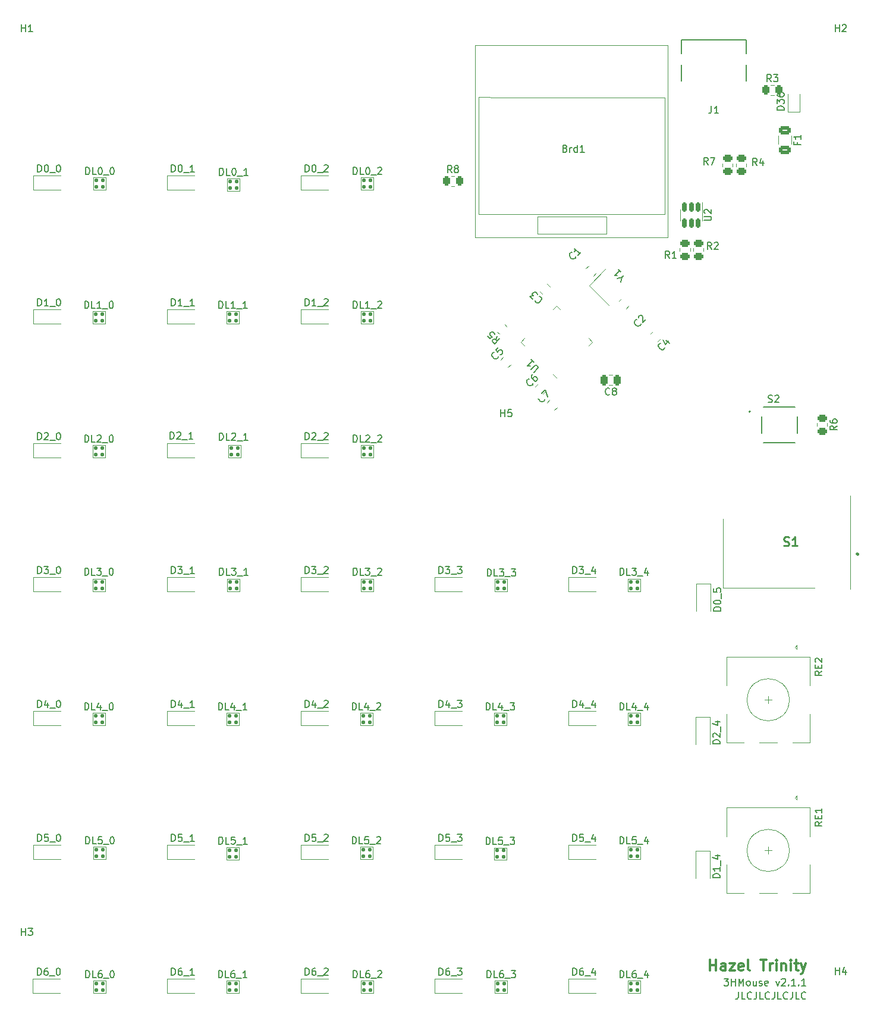
<source format=gbr>
%TF.GenerationSoftware,KiCad,Pcbnew,(6.0.5)*%
%TF.CreationDate,2022-05-18T14:43:54-07:00*%
%TF.ProjectId,3HMouse,33484d6f-7573-4652-9e6b-696361645f70,rev?*%
%TF.SameCoordinates,Original*%
%TF.FileFunction,Legend,Top*%
%TF.FilePolarity,Positive*%
%FSLAX46Y46*%
G04 Gerber Fmt 4.6, Leading zero omitted, Abs format (unit mm)*
G04 Created by KiCad (PCBNEW (6.0.5)) date 2022-05-18 14:43:54*
%MOMM*%
%LPD*%
G01*
G04 APERTURE LIST*
G04 Aperture macros list*
%AMRoundRect*
0 Rectangle with rounded corners*
0 $1 Rounding radius*
0 $2 $3 $4 $5 $6 $7 $8 $9 X,Y pos of 4 corners*
0 Add a 4 corners polygon primitive as box body*
4,1,4,$2,$3,$4,$5,$6,$7,$8,$9,$2,$3,0*
0 Add four circle primitives for the rounded corners*
1,1,$1+$1,$2,$3*
1,1,$1+$1,$4,$5*
1,1,$1+$1,$6,$7*
1,1,$1+$1,$8,$9*
0 Add four rect primitives between the rounded corners*
20,1,$1+$1,$2,$3,$4,$5,0*
20,1,$1+$1,$4,$5,$6,$7,0*
20,1,$1+$1,$6,$7,$8,$9,0*
20,1,$1+$1,$8,$9,$2,$3,0*%
%AMRotRect*
0 Rectangle, with rotation*
0 The origin of the aperture is its center*
0 $1 length*
0 $2 width*
0 $3 Rotation angle, in degrees counterclockwise*
0 Add horizontal line*
21,1,$1,$2,0,0,$3*%
G04 Aperture macros list end*
%ADD10C,0.150000*%
%ADD11C,0.300000*%
%ADD12C,0.254000*%
%ADD13C,0.120000*%
%ADD14C,0.127000*%
%ADD15C,0.200000*%
%ADD16C,0.100000*%
%ADD17C,4.400000*%
%ADD18R,0.900000X1.200000*%
%ADD19RoundRect,0.137500X-0.137500X-0.137500X0.137500X-0.137500X0.137500X0.137500X-0.137500X0.137500X0*%
%ADD20R,0.450000X0.600000*%
%ADD21C,1.750000*%
%ADD22C,3.000000*%
%ADD23C,3.987800*%
%ADD24RoundRect,0.250000X0.503814X0.132583X0.132583X0.503814X-0.503814X-0.132583X-0.132583X-0.503814X0*%
%ADD25RotRect,1.400000X1.200000X315.000000*%
%ADD26RoundRect,0.250000X-0.262500X-0.450000X0.262500X-0.450000X0.262500X0.450000X-0.262500X0.450000X0*%
%ADD27R,1.200000X0.900000*%
%ADD28R,2.000000X2.000000*%
%ADD29C,2.000000*%
%ADD30R,2.000000X3.200000*%
%ADD31RoundRect,0.250000X0.159099X-0.512652X0.512652X-0.159099X-0.159099X0.512652X-0.512652X0.159099X0*%
%ADD32O,1.600000X2.000000*%
%ADD33RoundRect,0.062500X0.380070X-0.291682X-0.291682X0.380070X-0.380070X0.291682X0.291682X-0.380070X0*%
%ADD34RoundRect,0.062500X0.380070X0.291682X0.291682X0.380070X-0.380070X-0.291682X-0.291682X-0.380070X0*%
%ADD35RotRect,5.200000X5.200000X135.000000*%
%ADD36RoundRect,0.250000X-0.450000X0.262500X-0.450000X-0.262500X0.450000X-0.262500X0.450000X0.262500X0*%
%ADD37R,1.000000X0.750000*%
%ADD38C,1.950000*%
%ADD39C,1.650000*%
%ADD40C,2.400000*%
%ADD41C,2.475000*%
%ADD42RoundRect,0.250000X0.512652X0.159099X0.159099X0.512652X-0.512652X-0.159099X-0.159099X-0.512652X0*%
%ADD43RoundRect,0.250000X-0.159099X0.512652X-0.512652X0.159099X0.159099X-0.512652X0.512652X-0.159099X0*%
%ADD44RoundRect,0.250000X-0.625000X0.375000X-0.625000X-0.375000X0.625000X-0.375000X0.625000X0.375000X0*%
%ADD45C,0.650000*%
%ADD46R,0.300000X1.750000*%
%ADD47O,1.000000X1.600000*%
%ADD48O,0.900000X2.100000*%
%ADD49RoundRect,0.250000X0.250000X0.475000X-0.250000X0.475000X-0.250000X-0.475000X0.250000X-0.475000X0*%
%ADD50RoundRect,0.150000X-0.150000X0.512500X-0.150000X-0.512500X0.150000X-0.512500X0.150000X0.512500X0*%
G04 APERTURE END LIST*
D10*
X124347845Y-156932380D02*
X124347845Y-157646666D01*
X124300226Y-157789523D01*
X124204988Y-157884761D01*
X124062130Y-157932380D01*
X123966892Y-157932380D01*
X125300226Y-157932380D02*
X124824035Y-157932380D01*
X124824035Y-156932380D01*
X126204988Y-157837142D02*
X126157369Y-157884761D01*
X126014511Y-157932380D01*
X125919273Y-157932380D01*
X125776416Y-157884761D01*
X125681178Y-157789523D01*
X125633559Y-157694285D01*
X125585940Y-157503809D01*
X125585940Y-157360952D01*
X125633559Y-157170476D01*
X125681178Y-157075238D01*
X125776416Y-156980000D01*
X125919273Y-156932380D01*
X126014511Y-156932380D01*
X126157369Y-156980000D01*
X126204988Y-157027619D01*
X126919273Y-156932380D02*
X126919273Y-157646666D01*
X126871654Y-157789523D01*
X126776416Y-157884761D01*
X126633559Y-157932380D01*
X126538321Y-157932380D01*
X127871654Y-157932380D02*
X127395464Y-157932380D01*
X127395464Y-156932380D01*
X128776416Y-157837142D02*
X128728797Y-157884761D01*
X128585940Y-157932380D01*
X128490702Y-157932380D01*
X128347845Y-157884761D01*
X128252607Y-157789523D01*
X128204988Y-157694285D01*
X128157369Y-157503809D01*
X128157369Y-157360952D01*
X128204988Y-157170476D01*
X128252607Y-157075238D01*
X128347845Y-156980000D01*
X128490702Y-156932380D01*
X128585940Y-156932380D01*
X128728797Y-156980000D01*
X128776416Y-157027619D01*
X129490702Y-156932380D02*
X129490702Y-157646666D01*
X129443083Y-157789523D01*
X129347845Y-157884761D01*
X129204988Y-157932380D01*
X129109750Y-157932380D01*
X130443083Y-157932380D02*
X129966892Y-157932380D01*
X129966892Y-156932380D01*
X131347845Y-157837142D02*
X131300226Y-157884761D01*
X131157369Y-157932380D01*
X131062130Y-157932380D01*
X130919273Y-157884761D01*
X130824035Y-157789523D01*
X130776416Y-157694285D01*
X130728797Y-157503809D01*
X130728797Y-157360952D01*
X130776416Y-157170476D01*
X130824035Y-157075238D01*
X130919273Y-156980000D01*
X131062130Y-156932380D01*
X131157369Y-156932380D01*
X131300226Y-156980000D01*
X131347845Y-157027619D01*
X132062130Y-156932380D02*
X132062130Y-157646666D01*
X132014511Y-157789523D01*
X131919273Y-157884761D01*
X131776416Y-157932380D01*
X131681178Y-157932380D01*
X133014511Y-157932380D02*
X132538321Y-157932380D01*
X132538321Y-156932380D01*
X133919273Y-157837142D02*
X133871654Y-157884761D01*
X133728797Y-157932380D01*
X133633559Y-157932380D01*
X133490702Y-157884761D01*
X133395464Y-157789523D01*
X133347845Y-157694285D01*
X133300226Y-157503809D01*
X133300226Y-157360952D01*
X133347845Y-157170476D01*
X133395464Y-157075238D01*
X133490702Y-156980000D01*
X133633559Y-156932380D01*
X133728797Y-156932380D01*
X133871654Y-156980000D01*
X133919273Y-157027619D01*
X122300226Y-155027380D02*
X122919273Y-155027380D01*
X122585940Y-155408333D01*
X122728797Y-155408333D01*
X122824035Y-155455952D01*
X122871654Y-155503571D01*
X122919273Y-155598809D01*
X122919273Y-155836904D01*
X122871654Y-155932142D01*
X122824035Y-155979761D01*
X122728797Y-156027380D01*
X122443083Y-156027380D01*
X122347845Y-155979761D01*
X122300226Y-155932142D01*
X123347845Y-156027380D02*
X123347845Y-155027380D01*
X123347845Y-155503571D02*
X123919273Y-155503571D01*
X123919273Y-156027380D02*
X123919273Y-155027380D01*
X124395464Y-156027380D02*
X124395464Y-155027380D01*
X124728797Y-155741666D01*
X125062130Y-155027380D01*
X125062130Y-156027380D01*
X125681178Y-156027380D02*
X125585940Y-155979761D01*
X125538321Y-155932142D01*
X125490702Y-155836904D01*
X125490702Y-155551190D01*
X125538321Y-155455952D01*
X125585940Y-155408333D01*
X125681178Y-155360714D01*
X125824035Y-155360714D01*
X125919273Y-155408333D01*
X125966892Y-155455952D01*
X126014511Y-155551190D01*
X126014511Y-155836904D01*
X125966892Y-155932142D01*
X125919273Y-155979761D01*
X125824035Y-156027380D01*
X125681178Y-156027380D01*
X126871654Y-155360714D02*
X126871654Y-156027380D01*
X126443083Y-155360714D02*
X126443083Y-155884523D01*
X126490702Y-155979761D01*
X126585940Y-156027380D01*
X126728797Y-156027380D01*
X126824035Y-155979761D01*
X126871654Y-155932142D01*
X127300226Y-155979761D02*
X127395464Y-156027380D01*
X127585940Y-156027380D01*
X127681178Y-155979761D01*
X127728797Y-155884523D01*
X127728797Y-155836904D01*
X127681178Y-155741666D01*
X127585940Y-155694047D01*
X127443083Y-155694047D01*
X127347845Y-155646428D01*
X127300226Y-155551190D01*
X127300226Y-155503571D01*
X127347845Y-155408333D01*
X127443083Y-155360714D01*
X127585940Y-155360714D01*
X127681178Y-155408333D01*
X128538321Y-155979761D02*
X128443083Y-156027380D01*
X128252607Y-156027380D01*
X128157369Y-155979761D01*
X128109750Y-155884523D01*
X128109750Y-155503571D01*
X128157369Y-155408333D01*
X128252607Y-155360714D01*
X128443083Y-155360714D01*
X128538321Y-155408333D01*
X128585940Y-155503571D01*
X128585940Y-155598809D01*
X128109750Y-155694047D01*
X129681178Y-155360714D02*
X129919273Y-156027380D01*
X130157369Y-155360714D01*
X130490702Y-155122619D02*
X130538321Y-155075000D01*
X130633559Y-155027380D01*
X130871654Y-155027380D01*
X130966892Y-155075000D01*
X131014511Y-155122619D01*
X131062130Y-155217857D01*
X131062130Y-155313095D01*
X131014511Y-155455952D01*
X130443083Y-156027380D01*
X131062130Y-156027380D01*
X131490702Y-155932142D02*
X131538321Y-155979761D01*
X131490702Y-156027380D01*
X131443083Y-155979761D01*
X131490702Y-155932142D01*
X131490702Y-156027380D01*
X132490702Y-156027380D02*
X131919273Y-156027380D01*
X132204988Y-156027380D02*
X132204988Y-155027380D01*
X132109750Y-155170238D01*
X132014511Y-155265476D01*
X131919273Y-155313095D01*
X132919273Y-155932142D02*
X132966892Y-155979761D01*
X132919273Y-156027380D01*
X132871654Y-155979761D01*
X132919273Y-155932142D01*
X132919273Y-156027380D01*
X133919273Y-156027380D02*
X133347845Y-156027380D01*
X133633559Y-156027380D02*
X133633559Y-155027380D01*
X133538321Y-155170238D01*
X133443083Y-155265476D01*
X133347845Y-155313095D01*
D11*
X120313857Y-153872321D02*
X120313857Y-152372321D01*
X120313857Y-153086607D02*
X121171000Y-153086607D01*
X121171000Y-153872321D02*
X121171000Y-152372321D01*
X122528142Y-153872321D02*
X122528142Y-153086607D01*
X122456714Y-152943750D01*
X122313857Y-152872321D01*
X122028142Y-152872321D01*
X121885285Y-152943750D01*
X122528142Y-153800892D02*
X122385285Y-153872321D01*
X122028142Y-153872321D01*
X121885285Y-153800892D01*
X121813857Y-153658035D01*
X121813857Y-153515178D01*
X121885285Y-153372321D01*
X122028142Y-153300892D01*
X122385285Y-153300892D01*
X122528142Y-153229464D01*
X123099571Y-152872321D02*
X123885285Y-152872321D01*
X123099571Y-153872321D01*
X123885285Y-153872321D01*
X125028142Y-153800892D02*
X124885285Y-153872321D01*
X124599571Y-153872321D01*
X124456714Y-153800892D01*
X124385285Y-153658035D01*
X124385285Y-153086607D01*
X124456714Y-152943750D01*
X124599571Y-152872321D01*
X124885285Y-152872321D01*
X125028142Y-152943750D01*
X125099571Y-153086607D01*
X125099571Y-153229464D01*
X124385285Y-153372321D01*
X125956714Y-153872321D02*
X125813857Y-153800892D01*
X125742428Y-153658035D01*
X125742428Y-152372321D01*
X127456714Y-152372321D02*
X128313857Y-152372321D01*
X127885285Y-153872321D02*
X127885285Y-152372321D01*
X128813857Y-153872321D02*
X128813857Y-152872321D01*
X128813857Y-153158035D02*
X128885285Y-153015178D01*
X128956714Y-152943750D01*
X129099571Y-152872321D01*
X129242428Y-152872321D01*
X129742428Y-153872321D02*
X129742428Y-152872321D01*
X129742428Y-152372321D02*
X129671000Y-152443750D01*
X129742428Y-152515178D01*
X129813857Y-152443750D01*
X129742428Y-152372321D01*
X129742428Y-152515178D01*
X130456714Y-152872321D02*
X130456714Y-153872321D01*
X130456714Y-153015178D02*
X130528142Y-152943750D01*
X130671000Y-152872321D01*
X130885285Y-152872321D01*
X131028142Y-152943750D01*
X131099571Y-153086607D01*
X131099571Y-153872321D01*
X131813857Y-153872321D02*
X131813857Y-152872321D01*
X131813857Y-152372321D02*
X131742428Y-152443750D01*
X131813857Y-152515178D01*
X131885285Y-152443750D01*
X131813857Y-152372321D01*
X131813857Y-152515178D01*
X132313857Y-152872321D02*
X132885285Y-152872321D01*
X132528142Y-152372321D02*
X132528142Y-153658035D01*
X132599571Y-153800892D01*
X132742428Y-153872321D01*
X132885285Y-153872321D01*
X133242428Y-152872321D02*
X133599571Y-153872321D01*
X133956714Y-152872321D02*
X133599571Y-153872321D01*
X133456714Y-154229464D01*
X133385285Y-154300892D01*
X133242428Y-154372321D01*
D10*
%TO.C,H5*%
X90519345Y-75039880D02*
X90519345Y-74039880D01*
X90519345Y-74516071D02*
X91090773Y-74516071D01*
X91090773Y-75039880D02*
X91090773Y-74039880D01*
X92043154Y-74039880D02*
X91566964Y-74039880D01*
X91519345Y-74516071D01*
X91566964Y-74468452D01*
X91662202Y-74420833D01*
X91900297Y-74420833D01*
X91995535Y-74468452D01*
X92043154Y-74516071D01*
X92090773Y-74611309D01*
X92090773Y-74849404D01*
X92043154Y-74944642D01*
X91995535Y-74992261D01*
X91900297Y-75039880D01*
X91662202Y-75039880D01*
X91566964Y-74992261D01*
X91519345Y-74944642D01*
%TO.C,D4_3*%
X81716761Y-116435380D02*
X81716761Y-115435380D01*
X81954857Y-115435380D01*
X82097714Y-115483000D01*
X82192952Y-115578238D01*
X82240571Y-115673476D01*
X82288190Y-115863952D01*
X82288190Y-116006809D01*
X82240571Y-116197285D01*
X82192952Y-116292523D01*
X82097714Y-116387761D01*
X81954857Y-116435380D01*
X81716761Y-116435380D01*
X83145333Y-115768714D02*
X83145333Y-116435380D01*
X82907238Y-115387761D02*
X82669142Y-116102047D01*
X83288190Y-116102047D01*
X83431047Y-116530619D02*
X84192952Y-116530619D01*
X84335809Y-115435380D02*
X84954857Y-115435380D01*
X84621523Y-115816333D01*
X84764380Y-115816333D01*
X84859619Y-115863952D01*
X84907238Y-115911571D01*
X84954857Y-116006809D01*
X84954857Y-116244904D01*
X84907238Y-116340142D01*
X84859619Y-116387761D01*
X84764380Y-116435380D01*
X84478666Y-116435380D01*
X84383428Y-116387761D01*
X84335809Y-116340142D01*
%TO.C,DL1_0*%
X31274000Y-59634380D02*
X31274000Y-58634380D01*
X31512095Y-58634380D01*
X31654952Y-58682000D01*
X31750190Y-58777238D01*
X31797809Y-58872476D01*
X31845428Y-59062952D01*
X31845428Y-59205809D01*
X31797809Y-59396285D01*
X31750190Y-59491523D01*
X31654952Y-59586761D01*
X31512095Y-59634380D01*
X31274000Y-59634380D01*
X32750190Y-59634380D02*
X32274000Y-59634380D01*
X32274000Y-58634380D01*
X33607333Y-59634380D02*
X33035904Y-59634380D01*
X33321619Y-59634380D02*
X33321619Y-58634380D01*
X33226380Y-58777238D01*
X33131142Y-58872476D01*
X33035904Y-58920095D01*
X33797809Y-59729619D02*
X34559714Y-59729619D01*
X34988285Y-58634380D02*
X35083523Y-58634380D01*
X35178761Y-58682000D01*
X35226380Y-58729619D01*
X35274000Y-58824857D01*
X35321619Y-59015333D01*
X35321619Y-59253428D01*
X35274000Y-59443904D01*
X35226380Y-59539142D01*
X35178761Y-59586761D01*
X35083523Y-59634380D01*
X34988285Y-59634380D01*
X34893047Y-59586761D01*
X34845428Y-59539142D01*
X34797809Y-59443904D01*
X34750190Y-59253428D01*
X34750190Y-59015333D01*
X34797809Y-58824857D01*
X34845428Y-58729619D01*
X34893047Y-58682000D01*
X34988285Y-58634380D01*
%TO.C,DL4_0*%
X31274000Y-116784380D02*
X31274000Y-115784380D01*
X31512095Y-115784380D01*
X31654952Y-115832000D01*
X31750190Y-115927238D01*
X31797809Y-116022476D01*
X31845428Y-116212952D01*
X31845428Y-116355809D01*
X31797809Y-116546285D01*
X31750190Y-116641523D01*
X31654952Y-116736761D01*
X31512095Y-116784380D01*
X31274000Y-116784380D01*
X32750190Y-116784380D02*
X32274000Y-116784380D01*
X32274000Y-115784380D01*
X33512095Y-116117714D02*
X33512095Y-116784380D01*
X33274000Y-115736761D02*
X33035904Y-116451047D01*
X33654952Y-116451047D01*
X33797809Y-116879619D02*
X34559714Y-116879619D01*
X34988285Y-115784380D02*
X35083523Y-115784380D01*
X35178761Y-115832000D01*
X35226380Y-115879619D01*
X35274000Y-115974857D01*
X35321619Y-116165333D01*
X35321619Y-116403428D01*
X35274000Y-116593904D01*
X35226380Y-116689142D01*
X35178761Y-116736761D01*
X35083523Y-116784380D01*
X34988285Y-116784380D01*
X34893047Y-116736761D01*
X34845428Y-116689142D01*
X34797809Y-116593904D01*
X34750190Y-116403428D01*
X34750190Y-116165333D01*
X34797809Y-115974857D01*
X34845428Y-115879619D01*
X34893047Y-115832000D01*
X34988285Y-115784380D01*
%TO.C,D36*%
X130832880Y-31440285D02*
X129832880Y-31440285D01*
X129832880Y-31202190D01*
X129880500Y-31059333D01*
X129975738Y-30964095D01*
X130070976Y-30916476D01*
X130261452Y-30868857D01*
X130404309Y-30868857D01*
X130594785Y-30916476D01*
X130690023Y-30964095D01*
X130785261Y-31059333D01*
X130832880Y-31202190D01*
X130832880Y-31440285D01*
X129832880Y-30535523D02*
X129832880Y-29916476D01*
X130213833Y-30249809D01*
X130213833Y-30106952D01*
X130261452Y-30011714D01*
X130309071Y-29964095D01*
X130404309Y-29916476D01*
X130642404Y-29916476D01*
X130737642Y-29964095D01*
X130785261Y-30011714D01*
X130832880Y-30106952D01*
X130832880Y-30392666D01*
X130785261Y-30487904D01*
X130737642Y-30535523D01*
X129832880Y-29059333D02*
X129832880Y-29249809D01*
X129880500Y-29345047D01*
X129928119Y-29392666D01*
X130070976Y-29487904D01*
X130261452Y-29535523D01*
X130642404Y-29535523D01*
X130737642Y-29487904D01*
X130785261Y-29440285D01*
X130832880Y-29345047D01*
X130832880Y-29154571D01*
X130785261Y-29059333D01*
X130737642Y-29011714D01*
X130642404Y-28964095D01*
X130404309Y-28964095D01*
X130309071Y-29011714D01*
X130261452Y-29059333D01*
X130213833Y-29154571D01*
X130213833Y-29345047D01*
X130261452Y-29440285D01*
X130309071Y-29487904D01*
X130404309Y-29535523D01*
%TO.C,DL0_1*%
X50451000Y-40711380D02*
X50451000Y-39711380D01*
X50689095Y-39711380D01*
X50831952Y-39759000D01*
X50927190Y-39854238D01*
X50974809Y-39949476D01*
X51022428Y-40139952D01*
X51022428Y-40282809D01*
X50974809Y-40473285D01*
X50927190Y-40568523D01*
X50831952Y-40663761D01*
X50689095Y-40711380D01*
X50451000Y-40711380D01*
X51927190Y-40711380D02*
X51451000Y-40711380D01*
X51451000Y-39711380D01*
X52451000Y-39711380D02*
X52546238Y-39711380D01*
X52641476Y-39759000D01*
X52689095Y-39806619D01*
X52736714Y-39901857D01*
X52784333Y-40092333D01*
X52784333Y-40330428D01*
X52736714Y-40520904D01*
X52689095Y-40616142D01*
X52641476Y-40663761D01*
X52546238Y-40711380D01*
X52451000Y-40711380D01*
X52355761Y-40663761D01*
X52308142Y-40616142D01*
X52260523Y-40520904D01*
X52212904Y-40330428D01*
X52212904Y-40092333D01*
X52260523Y-39901857D01*
X52308142Y-39806619D01*
X52355761Y-39759000D01*
X52451000Y-39711380D01*
X52974809Y-40806619D02*
X53736714Y-40806619D01*
X54498619Y-40711380D02*
X53927190Y-40711380D01*
X54212904Y-40711380D02*
X54212904Y-39711380D01*
X54117666Y-39854238D01*
X54022428Y-39949476D01*
X53927190Y-39997095D01*
%TO.C,D2_0*%
X24566761Y-78335380D02*
X24566761Y-77335380D01*
X24804857Y-77335380D01*
X24947714Y-77383000D01*
X25042952Y-77478238D01*
X25090571Y-77573476D01*
X25138190Y-77763952D01*
X25138190Y-77906809D01*
X25090571Y-78097285D01*
X25042952Y-78192523D01*
X24947714Y-78287761D01*
X24804857Y-78335380D01*
X24566761Y-78335380D01*
X25519142Y-77430619D02*
X25566761Y-77383000D01*
X25662000Y-77335380D01*
X25900095Y-77335380D01*
X25995333Y-77383000D01*
X26042952Y-77430619D01*
X26090571Y-77525857D01*
X26090571Y-77621095D01*
X26042952Y-77763952D01*
X25471523Y-78335380D01*
X26090571Y-78335380D01*
X26281047Y-78430619D02*
X27042952Y-78430619D01*
X27471523Y-77335380D02*
X27566761Y-77335380D01*
X27662000Y-77383000D01*
X27709619Y-77430619D01*
X27757238Y-77525857D01*
X27804857Y-77716333D01*
X27804857Y-77954428D01*
X27757238Y-78144904D01*
X27709619Y-78240142D01*
X27662000Y-78287761D01*
X27566761Y-78335380D01*
X27471523Y-78335380D01*
X27376285Y-78287761D01*
X27328666Y-78240142D01*
X27281047Y-78144904D01*
X27233428Y-77954428D01*
X27233428Y-77716333D01*
X27281047Y-77525857D01*
X27328666Y-77430619D01*
X27376285Y-77383000D01*
X27471523Y-77335380D01*
%TO.C,D0_0*%
X24566761Y-40235380D02*
X24566761Y-39235380D01*
X24804857Y-39235380D01*
X24947714Y-39283000D01*
X25042952Y-39378238D01*
X25090571Y-39473476D01*
X25138190Y-39663952D01*
X25138190Y-39806809D01*
X25090571Y-39997285D01*
X25042952Y-40092523D01*
X24947714Y-40187761D01*
X24804857Y-40235380D01*
X24566761Y-40235380D01*
X25757238Y-39235380D02*
X25852476Y-39235380D01*
X25947714Y-39283000D01*
X25995333Y-39330619D01*
X26042952Y-39425857D01*
X26090571Y-39616333D01*
X26090571Y-39854428D01*
X26042952Y-40044904D01*
X25995333Y-40140142D01*
X25947714Y-40187761D01*
X25852476Y-40235380D01*
X25757238Y-40235380D01*
X25662000Y-40187761D01*
X25614380Y-40140142D01*
X25566761Y-40044904D01*
X25519142Y-39854428D01*
X25519142Y-39616333D01*
X25566761Y-39425857D01*
X25614380Y-39330619D01*
X25662000Y-39283000D01*
X25757238Y-39235380D01*
X26281047Y-40330619D02*
X27042952Y-40330619D01*
X27471523Y-39235380D02*
X27566761Y-39235380D01*
X27662000Y-39283000D01*
X27709619Y-39330619D01*
X27757238Y-39425857D01*
X27804857Y-39616333D01*
X27804857Y-39854428D01*
X27757238Y-40044904D01*
X27709619Y-40140142D01*
X27662000Y-40187761D01*
X27566761Y-40235380D01*
X27471523Y-40235380D01*
X27376285Y-40187761D01*
X27328666Y-40140142D01*
X27281047Y-40044904D01*
X27233428Y-39854428D01*
X27233428Y-39616333D01*
X27281047Y-39425857D01*
X27328666Y-39330619D01*
X27376285Y-39283000D01*
X27471523Y-39235380D01*
%TO.C,DL2_1*%
X50421750Y-78384380D02*
X50421750Y-77384380D01*
X50659845Y-77384380D01*
X50802702Y-77432000D01*
X50897940Y-77527238D01*
X50945559Y-77622476D01*
X50993178Y-77812952D01*
X50993178Y-77955809D01*
X50945559Y-78146285D01*
X50897940Y-78241523D01*
X50802702Y-78336761D01*
X50659845Y-78384380D01*
X50421750Y-78384380D01*
X51897940Y-78384380D02*
X51421750Y-78384380D01*
X51421750Y-77384380D01*
X52183654Y-77479619D02*
X52231273Y-77432000D01*
X52326511Y-77384380D01*
X52564607Y-77384380D01*
X52659845Y-77432000D01*
X52707464Y-77479619D01*
X52755083Y-77574857D01*
X52755083Y-77670095D01*
X52707464Y-77812952D01*
X52136035Y-78384380D01*
X52755083Y-78384380D01*
X52945559Y-78479619D02*
X53707464Y-78479619D01*
X54469369Y-78384380D02*
X53897940Y-78384380D01*
X54183654Y-78384380D02*
X54183654Y-77384380D01*
X54088416Y-77527238D01*
X53993178Y-77622476D01*
X53897940Y-77670095D01*
%TO.C,D5_2*%
X62666761Y-135485380D02*
X62666761Y-134485380D01*
X62904857Y-134485380D01*
X63047714Y-134533000D01*
X63142952Y-134628238D01*
X63190571Y-134723476D01*
X63238190Y-134913952D01*
X63238190Y-135056809D01*
X63190571Y-135247285D01*
X63142952Y-135342523D01*
X63047714Y-135437761D01*
X62904857Y-135485380D01*
X62666761Y-135485380D01*
X64142952Y-134485380D02*
X63666761Y-134485380D01*
X63619142Y-134961571D01*
X63666761Y-134913952D01*
X63762000Y-134866333D01*
X64000095Y-134866333D01*
X64095333Y-134913952D01*
X64142952Y-134961571D01*
X64190571Y-135056809D01*
X64190571Y-135294904D01*
X64142952Y-135390142D01*
X64095333Y-135437761D01*
X64000095Y-135485380D01*
X63762000Y-135485380D01*
X63666761Y-135437761D01*
X63619142Y-135390142D01*
X64381047Y-135580619D02*
X65142952Y-135580619D01*
X65333428Y-134580619D02*
X65381047Y-134533000D01*
X65476285Y-134485380D01*
X65714380Y-134485380D01*
X65809619Y-134533000D01*
X65857238Y-134580619D01*
X65904857Y-134675857D01*
X65904857Y-134771095D01*
X65857238Y-134913952D01*
X65285809Y-135485380D01*
X65904857Y-135485380D01*
%TO.C,H2*%
X138144345Y-20271130D02*
X138144345Y-19271130D01*
X138144345Y-19747321D02*
X138715773Y-19747321D01*
X138715773Y-20271130D02*
X138715773Y-19271130D01*
X139144345Y-19366369D02*
X139191964Y-19318750D01*
X139287202Y-19271130D01*
X139525297Y-19271130D01*
X139620535Y-19318750D01*
X139668154Y-19366369D01*
X139715773Y-19461607D01*
X139715773Y-19556845D01*
X139668154Y-19699702D01*
X139096726Y-20271130D01*
X139715773Y-20271130D01*
%TO.C,D4_1*%
X43616761Y-116435380D02*
X43616761Y-115435380D01*
X43854857Y-115435380D01*
X43997714Y-115483000D01*
X44092952Y-115578238D01*
X44140571Y-115673476D01*
X44188190Y-115863952D01*
X44188190Y-116006809D01*
X44140571Y-116197285D01*
X44092952Y-116292523D01*
X43997714Y-116387761D01*
X43854857Y-116435380D01*
X43616761Y-116435380D01*
X45045333Y-115768714D02*
X45045333Y-116435380D01*
X44807238Y-115387761D02*
X44569142Y-116102047D01*
X45188190Y-116102047D01*
X45331047Y-116530619D02*
X46092952Y-116530619D01*
X46854857Y-116435380D02*
X46283428Y-116435380D01*
X46569142Y-116435380D02*
X46569142Y-115435380D01*
X46473904Y-115578238D01*
X46378666Y-115673476D01*
X46283428Y-115721095D01*
%TO.C,R5*%
X89949006Y-63575695D02*
X89847991Y-64148115D01*
X90353067Y-63979756D02*
X89645961Y-64686863D01*
X89376586Y-64417489D01*
X89342915Y-64316474D01*
X89342915Y-64249130D01*
X89376586Y-64148115D01*
X89477602Y-64047100D01*
X89578617Y-64013428D01*
X89645961Y-64013428D01*
X89746976Y-64047100D01*
X90016350Y-64316474D01*
X88602136Y-63643038D02*
X88938854Y-63979756D01*
X89309243Y-63676710D01*
X89241899Y-63676710D01*
X89140884Y-63643038D01*
X88972525Y-63474680D01*
X88938854Y-63373664D01*
X88938854Y-63306321D01*
X88972525Y-63205306D01*
X89140884Y-63036947D01*
X89241899Y-63003275D01*
X89309243Y-63003275D01*
X89410258Y-63036947D01*
X89578617Y-63205306D01*
X89612289Y-63306321D01*
X89612289Y-63373664D01*
%TO.C,Y1*%
X107716293Y-55263141D02*
X108053011Y-54926423D01*
X107581606Y-55869232D02*
X107716293Y-55263141D01*
X107110202Y-55397828D01*
X107211217Y-54084630D02*
X107615278Y-54488691D01*
X107413247Y-54286660D02*
X106706141Y-54993767D01*
X106874499Y-54960095D01*
X107009186Y-54960095D01*
X107110202Y-54993767D01*
%TO.C,H3*%
X22256845Y-148858630D02*
X22256845Y-147858630D01*
X22256845Y-148334821D02*
X22828273Y-148334821D01*
X22828273Y-148858630D02*
X22828273Y-147858630D01*
X23209226Y-147858630D02*
X23828273Y-147858630D01*
X23494940Y-148239583D01*
X23637797Y-148239583D01*
X23733035Y-148287202D01*
X23780654Y-148334821D01*
X23828273Y-148430059D01*
X23828273Y-148668154D01*
X23780654Y-148763392D01*
X23733035Y-148811011D01*
X23637797Y-148858630D01*
X23352083Y-148858630D01*
X23256845Y-148811011D01*
X23209226Y-148763392D01*
%TO.C,D1_0*%
X24566761Y-59285380D02*
X24566761Y-58285380D01*
X24804857Y-58285380D01*
X24947714Y-58333000D01*
X25042952Y-58428238D01*
X25090571Y-58523476D01*
X25138190Y-58713952D01*
X25138190Y-58856809D01*
X25090571Y-59047285D01*
X25042952Y-59142523D01*
X24947714Y-59237761D01*
X24804857Y-59285380D01*
X24566761Y-59285380D01*
X26090571Y-59285380D02*
X25519142Y-59285380D01*
X25804857Y-59285380D02*
X25804857Y-58285380D01*
X25709619Y-58428238D01*
X25614380Y-58523476D01*
X25519142Y-58571095D01*
X26281047Y-59380619D02*
X27042952Y-59380619D01*
X27471523Y-58285380D02*
X27566761Y-58285380D01*
X27662000Y-58333000D01*
X27709619Y-58380619D01*
X27757238Y-58475857D01*
X27804857Y-58666333D01*
X27804857Y-58904428D01*
X27757238Y-59094904D01*
X27709619Y-59190142D01*
X27662000Y-59237761D01*
X27566761Y-59285380D01*
X27471523Y-59285380D01*
X27376285Y-59237761D01*
X27328666Y-59190142D01*
X27281047Y-59094904D01*
X27233428Y-58904428D01*
X27233428Y-58666333D01*
X27281047Y-58475857D01*
X27328666Y-58380619D01*
X27376285Y-58333000D01*
X27471523Y-58285380D01*
%TO.C,DL5_4*%
X107474000Y-135834380D02*
X107474000Y-134834380D01*
X107712095Y-134834380D01*
X107854952Y-134882000D01*
X107950190Y-134977238D01*
X107997809Y-135072476D01*
X108045428Y-135262952D01*
X108045428Y-135405809D01*
X107997809Y-135596285D01*
X107950190Y-135691523D01*
X107854952Y-135786761D01*
X107712095Y-135834380D01*
X107474000Y-135834380D01*
X108950190Y-135834380D02*
X108474000Y-135834380D01*
X108474000Y-134834380D01*
X109759714Y-134834380D02*
X109283523Y-134834380D01*
X109235904Y-135310571D01*
X109283523Y-135262952D01*
X109378761Y-135215333D01*
X109616857Y-135215333D01*
X109712095Y-135262952D01*
X109759714Y-135310571D01*
X109807333Y-135405809D01*
X109807333Y-135643904D01*
X109759714Y-135739142D01*
X109712095Y-135786761D01*
X109616857Y-135834380D01*
X109378761Y-135834380D01*
X109283523Y-135786761D01*
X109235904Y-135739142D01*
X109997809Y-135929619D02*
X110759714Y-135929619D01*
X111426380Y-135167714D02*
X111426380Y-135834380D01*
X111188285Y-134786761D02*
X110950190Y-135501047D01*
X111569238Y-135501047D01*
%TO.C,D3_0*%
X24566761Y-97385380D02*
X24566761Y-96385380D01*
X24804857Y-96385380D01*
X24947714Y-96433000D01*
X25042952Y-96528238D01*
X25090571Y-96623476D01*
X25138190Y-96813952D01*
X25138190Y-96956809D01*
X25090571Y-97147285D01*
X25042952Y-97242523D01*
X24947714Y-97337761D01*
X24804857Y-97385380D01*
X24566761Y-97385380D01*
X25471523Y-96385380D02*
X26090571Y-96385380D01*
X25757238Y-96766333D01*
X25900095Y-96766333D01*
X25995333Y-96813952D01*
X26042952Y-96861571D01*
X26090571Y-96956809D01*
X26090571Y-97194904D01*
X26042952Y-97290142D01*
X25995333Y-97337761D01*
X25900095Y-97385380D01*
X25614380Y-97385380D01*
X25519142Y-97337761D01*
X25471523Y-97290142D01*
X26281047Y-97480619D02*
X27042952Y-97480619D01*
X27471523Y-96385380D02*
X27566761Y-96385380D01*
X27662000Y-96433000D01*
X27709619Y-96480619D01*
X27757238Y-96575857D01*
X27804857Y-96766333D01*
X27804857Y-97004428D01*
X27757238Y-97194904D01*
X27709619Y-97290142D01*
X27662000Y-97337761D01*
X27566761Y-97385380D01*
X27471523Y-97385380D01*
X27376285Y-97337761D01*
X27328666Y-97290142D01*
X27281047Y-97194904D01*
X27233428Y-97004428D01*
X27233428Y-96766333D01*
X27281047Y-96575857D01*
X27328666Y-96480619D01*
X27376285Y-96433000D01*
X27471523Y-96385380D01*
%TO.C,DL5_2*%
X69374000Y-135834380D02*
X69374000Y-134834380D01*
X69612095Y-134834380D01*
X69754952Y-134882000D01*
X69850190Y-134977238D01*
X69897809Y-135072476D01*
X69945428Y-135262952D01*
X69945428Y-135405809D01*
X69897809Y-135596285D01*
X69850190Y-135691523D01*
X69754952Y-135786761D01*
X69612095Y-135834380D01*
X69374000Y-135834380D01*
X70850190Y-135834380D02*
X70374000Y-135834380D01*
X70374000Y-134834380D01*
X71659714Y-134834380D02*
X71183523Y-134834380D01*
X71135904Y-135310571D01*
X71183523Y-135262952D01*
X71278761Y-135215333D01*
X71516857Y-135215333D01*
X71612095Y-135262952D01*
X71659714Y-135310571D01*
X71707333Y-135405809D01*
X71707333Y-135643904D01*
X71659714Y-135739142D01*
X71612095Y-135786761D01*
X71516857Y-135834380D01*
X71278761Y-135834380D01*
X71183523Y-135786761D01*
X71135904Y-135739142D01*
X71897809Y-135929619D02*
X72659714Y-135929619D01*
X72850190Y-134929619D02*
X72897809Y-134882000D01*
X72993047Y-134834380D01*
X73231142Y-134834380D01*
X73326380Y-134882000D01*
X73374000Y-134929619D01*
X73421619Y-135024857D01*
X73421619Y-135120095D01*
X73374000Y-135262952D01*
X72802571Y-135834380D01*
X73421619Y-135834380D01*
%TO.C,DL3_3*%
X88584000Y-97734380D02*
X88584000Y-96734380D01*
X88822095Y-96734380D01*
X88964952Y-96782000D01*
X89060190Y-96877238D01*
X89107809Y-96972476D01*
X89155428Y-97162952D01*
X89155428Y-97305809D01*
X89107809Y-97496285D01*
X89060190Y-97591523D01*
X88964952Y-97686761D01*
X88822095Y-97734380D01*
X88584000Y-97734380D01*
X90060190Y-97734380D02*
X89584000Y-97734380D01*
X89584000Y-96734380D01*
X90298285Y-96734380D02*
X90917333Y-96734380D01*
X90584000Y-97115333D01*
X90726857Y-97115333D01*
X90822095Y-97162952D01*
X90869714Y-97210571D01*
X90917333Y-97305809D01*
X90917333Y-97543904D01*
X90869714Y-97639142D01*
X90822095Y-97686761D01*
X90726857Y-97734380D01*
X90441142Y-97734380D01*
X90345904Y-97686761D01*
X90298285Y-97639142D01*
X91107809Y-97829619D02*
X91869714Y-97829619D01*
X92012571Y-96734380D02*
X92631619Y-96734380D01*
X92298285Y-97115333D01*
X92441142Y-97115333D01*
X92536380Y-97162952D01*
X92584000Y-97210571D01*
X92631619Y-97305809D01*
X92631619Y-97543904D01*
X92584000Y-97639142D01*
X92536380Y-97686761D01*
X92441142Y-97734380D01*
X92155428Y-97734380D01*
X92060190Y-97686761D01*
X92012571Y-97639142D01*
%TO.C,R8*%
X83526333Y-40331380D02*
X83193000Y-39855190D01*
X82954904Y-40331380D02*
X82954904Y-39331380D01*
X83335857Y-39331380D01*
X83431095Y-39379000D01*
X83478714Y-39426619D01*
X83526333Y-39521857D01*
X83526333Y-39664714D01*
X83478714Y-39759952D01*
X83431095Y-39807571D01*
X83335857Y-39855190D01*
X82954904Y-39855190D01*
X84097761Y-39759952D02*
X84002523Y-39712333D01*
X83954904Y-39664714D01*
X83907285Y-39569476D01*
X83907285Y-39521857D01*
X83954904Y-39426619D01*
X84002523Y-39379000D01*
X84097761Y-39331380D01*
X84288238Y-39331380D01*
X84383476Y-39379000D01*
X84431095Y-39426619D01*
X84478714Y-39521857D01*
X84478714Y-39569476D01*
X84431095Y-39664714D01*
X84383476Y-39712333D01*
X84288238Y-39759952D01*
X84097761Y-39759952D01*
X84002523Y-39807571D01*
X83954904Y-39855190D01*
X83907285Y-39950428D01*
X83907285Y-40140904D01*
X83954904Y-40236142D01*
X84002523Y-40283761D01*
X84097761Y-40331380D01*
X84288238Y-40331380D01*
X84383476Y-40283761D01*
X84431095Y-40236142D01*
X84478714Y-40140904D01*
X84478714Y-39950428D01*
X84431095Y-39855190D01*
X84383476Y-39807571D01*
X84288238Y-39759952D01*
%TO.C,D2_2*%
X62666761Y-78335380D02*
X62666761Y-77335380D01*
X62904857Y-77335380D01*
X63047714Y-77383000D01*
X63142952Y-77478238D01*
X63190571Y-77573476D01*
X63238190Y-77763952D01*
X63238190Y-77906809D01*
X63190571Y-78097285D01*
X63142952Y-78192523D01*
X63047714Y-78287761D01*
X62904857Y-78335380D01*
X62666761Y-78335380D01*
X63619142Y-77430619D02*
X63666761Y-77383000D01*
X63762000Y-77335380D01*
X64000095Y-77335380D01*
X64095333Y-77383000D01*
X64142952Y-77430619D01*
X64190571Y-77525857D01*
X64190571Y-77621095D01*
X64142952Y-77763952D01*
X63571523Y-78335380D01*
X64190571Y-78335380D01*
X64381047Y-78430619D02*
X65142952Y-78430619D01*
X65333428Y-77430619D02*
X65381047Y-77383000D01*
X65476285Y-77335380D01*
X65714380Y-77335380D01*
X65809619Y-77383000D01*
X65857238Y-77430619D01*
X65904857Y-77525857D01*
X65904857Y-77621095D01*
X65857238Y-77763952D01*
X65285809Y-78335380D01*
X65904857Y-78335380D01*
%TO.C,DL3_2*%
X69501000Y-97607380D02*
X69501000Y-96607380D01*
X69739095Y-96607380D01*
X69881952Y-96655000D01*
X69977190Y-96750238D01*
X70024809Y-96845476D01*
X70072428Y-97035952D01*
X70072428Y-97178809D01*
X70024809Y-97369285D01*
X69977190Y-97464523D01*
X69881952Y-97559761D01*
X69739095Y-97607380D01*
X69501000Y-97607380D01*
X70977190Y-97607380D02*
X70501000Y-97607380D01*
X70501000Y-96607380D01*
X71215285Y-96607380D02*
X71834333Y-96607380D01*
X71501000Y-96988333D01*
X71643857Y-96988333D01*
X71739095Y-97035952D01*
X71786714Y-97083571D01*
X71834333Y-97178809D01*
X71834333Y-97416904D01*
X71786714Y-97512142D01*
X71739095Y-97559761D01*
X71643857Y-97607380D01*
X71358142Y-97607380D01*
X71262904Y-97559761D01*
X71215285Y-97512142D01*
X72024809Y-97702619D02*
X72786714Y-97702619D01*
X72977190Y-96702619D02*
X73024809Y-96655000D01*
X73120047Y-96607380D01*
X73358142Y-96607380D01*
X73453380Y-96655000D01*
X73501000Y-96702619D01*
X73548619Y-96797857D01*
X73548619Y-96893095D01*
X73501000Y-97035952D01*
X72929571Y-97607380D01*
X73548619Y-97607380D01*
%TO.C,D1_4*%
X121705380Y-140660238D02*
X120705380Y-140660238D01*
X120705380Y-140422142D01*
X120753000Y-140279285D01*
X120848238Y-140184047D01*
X120943476Y-140136428D01*
X121133952Y-140088809D01*
X121276809Y-140088809D01*
X121467285Y-140136428D01*
X121562523Y-140184047D01*
X121657761Y-140279285D01*
X121705380Y-140422142D01*
X121705380Y-140660238D01*
X121705380Y-139136428D02*
X121705380Y-139707857D01*
X121705380Y-139422142D02*
X120705380Y-139422142D01*
X120848238Y-139517380D01*
X120943476Y-139612619D01*
X120991095Y-139707857D01*
X121800619Y-138945952D02*
X121800619Y-138184047D01*
X121038714Y-137517380D02*
X121705380Y-137517380D01*
X120657761Y-137755476D02*
X121372047Y-137993571D01*
X121372047Y-137374523D01*
%TO.C,DL6_0*%
X31401000Y-154884380D02*
X31401000Y-153884380D01*
X31639095Y-153884380D01*
X31781952Y-153932000D01*
X31877190Y-154027238D01*
X31924809Y-154122476D01*
X31972428Y-154312952D01*
X31972428Y-154455809D01*
X31924809Y-154646285D01*
X31877190Y-154741523D01*
X31781952Y-154836761D01*
X31639095Y-154884380D01*
X31401000Y-154884380D01*
X32877190Y-154884380D02*
X32401000Y-154884380D01*
X32401000Y-153884380D01*
X33639095Y-153884380D02*
X33448619Y-153884380D01*
X33353380Y-153932000D01*
X33305761Y-153979619D01*
X33210523Y-154122476D01*
X33162904Y-154312952D01*
X33162904Y-154693904D01*
X33210523Y-154789142D01*
X33258142Y-154836761D01*
X33353380Y-154884380D01*
X33543857Y-154884380D01*
X33639095Y-154836761D01*
X33686714Y-154789142D01*
X33734333Y-154693904D01*
X33734333Y-154455809D01*
X33686714Y-154360571D01*
X33639095Y-154312952D01*
X33543857Y-154265333D01*
X33353380Y-154265333D01*
X33258142Y-154312952D01*
X33210523Y-154360571D01*
X33162904Y-154455809D01*
X33924809Y-154979619D02*
X34686714Y-154979619D01*
X35115285Y-153884380D02*
X35210523Y-153884380D01*
X35305761Y-153932000D01*
X35353380Y-153979619D01*
X35401000Y-154074857D01*
X35448619Y-154265333D01*
X35448619Y-154503428D01*
X35401000Y-154693904D01*
X35353380Y-154789142D01*
X35305761Y-154836761D01*
X35210523Y-154884380D01*
X35115285Y-154884380D01*
X35020047Y-154836761D01*
X34972428Y-154789142D01*
X34924809Y-154693904D01*
X34877190Y-154503428D01*
X34877190Y-154265333D01*
X34924809Y-154074857D01*
X34972428Y-153979619D01*
X35020047Y-153932000D01*
X35115285Y-153884380D01*
%TO.C,DL3_4*%
X107474000Y-97607380D02*
X107474000Y-96607380D01*
X107712095Y-96607380D01*
X107854952Y-96655000D01*
X107950190Y-96750238D01*
X107997809Y-96845476D01*
X108045428Y-97035952D01*
X108045428Y-97178809D01*
X107997809Y-97369285D01*
X107950190Y-97464523D01*
X107854952Y-97559761D01*
X107712095Y-97607380D01*
X107474000Y-97607380D01*
X108950190Y-97607380D02*
X108474000Y-97607380D01*
X108474000Y-96607380D01*
X109188285Y-96607380D02*
X109807333Y-96607380D01*
X109474000Y-96988333D01*
X109616857Y-96988333D01*
X109712095Y-97035952D01*
X109759714Y-97083571D01*
X109807333Y-97178809D01*
X109807333Y-97416904D01*
X109759714Y-97512142D01*
X109712095Y-97559761D01*
X109616857Y-97607380D01*
X109331142Y-97607380D01*
X109235904Y-97559761D01*
X109188285Y-97512142D01*
X109997809Y-97702619D02*
X110759714Y-97702619D01*
X111426380Y-96940714D02*
X111426380Y-97607380D01*
X111188285Y-96559761D02*
X110950190Y-97274047D01*
X111569238Y-97274047D01*
%TO.C,D1_1*%
X43616761Y-59285380D02*
X43616761Y-58285380D01*
X43854857Y-58285380D01*
X43997714Y-58333000D01*
X44092952Y-58428238D01*
X44140571Y-58523476D01*
X44188190Y-58713952D01*
X44188190Y-58856809D01*
X44140571Y-59047285D01*
X44092952Y-59142523D01*
X43997714Y-59237761D01*
X43854857Y-59285380D01*
X43616761Y-59285380D01*
X45140571Y-59285380D02*
X44569142Y-59285380D01*
X44854857Y-59285380D02*
X44854857Y-58285380D01*
X44759619Y-58428238D01*
X44664380Y-58523476D01*
X44569142Y-58571095D01*
X45331047Y-59380619D02*
X46092952Y-59380619D01*
X46854857Y-59285380D02*
X46283428Y-59285380D01*
X46569142Y-59285380D02*
X46569142Y-58285380D01*
X46473904Y-58428238D01*
X46378666Y-58523476D01*
X46283428Y-58571095D01*
%TO.C,DL6_4*%
X107474000Y-154884380D02*
X107474000Y-153884380D01*
X107712095Y-153884380D01*
X107854952Y-153932000D01*
X107950190Y-154027238D01*
X107997809Y-154122476D01*
X108045428Y-154312952D01*
X108045428Y-154455809D01*
X107997809Y-154646285D01*
X107950190Y-154741523D01*
X107854952Y-154836761D01*
X107712095Y-154884380D01*
X107474000Y-154884380D01*
X108950190Y-154884380D02*
X108474000Y-154884380D01*
X108474000Y-153884380D01*
X109712095Y-153884380D02*
X109521619Y-153884380D01*
X109426380Y-153932000D01*
X109378761Y-153979619D01*
X109283523Y-154122476D01*
X109235904Y-154312952D01*
X109235904Y-154693904D01*
X109283523Y-154789142D01*
X109331142Y-154836761D01*
X109426380Y-154884380D01*
X109616857Y-154884380D01*
X109712095Y-154836761D01*
X109759714Y-154789142D01*
X109807333Y-154693904D01*
X109807333Y-154455809D01*
X109759714Y-154360571D01*
X109712095Y-154312952D01*
X109616857Y-154265333D01*
X109426380Y-154265333D01*
X109331142Y-154312952D01*
X109283523Y-154360571D01*
X109235904Y-154455809D01*
X109997809Y-154979619D02*
X110759714Y-154979619D01*
X111426380Y-154217714D02*
X111426380Y-154884380D01*
X111188285Y-153836761D02*
X110950190Y-154551047D01*
X111569238Y-154551047D01*
%TO.C,DL5_1*%
X50357000Y-135867380D02*
X50357000Y-134867380D01*
X50595095Y-134867380D01*
X50737952Y-134915000D01*
X50833190Y-135010238D01*
X50880809Y-135105476D01*
X50928428Y-135295952D01*
X50928428Y-135438809D01*
X50880809Y-135629285D01*
X50833190Y-135724523D01*
X50737952Y-135819761D01*
X50595095Y-135867380D01*
X50357000Y-135867380D01*
X51833190Y-135867380D02*
X51357000Y-135867380D01*
X51357000Y-134867380D01*
X52642714Y-134867380D02*
X52166523Y-134867380D01*
X52118904Y-135343571D01*
X52166523Y-135295952D01*
X52261761Y-135248333D01*
X52499857Y-135248333D01*
X52595095Y-135295952D01*
X52642714Y-135343571D01*
X52690333Y-135438809D01*
X52690333Y-135676904D01*
X52642714Y-135772142D01*
X52595095Y-135819761D01*
X52499857Y-135867380D01*
X52261761Y-135867380D01*
X52166523Y-135819761D01*
X52118904Y-135772142D01*
X52880809Y-135962619D02*
X53642714Y-135962619D01*
X54404619Y-135867380D02*
X53833190Y-135867380D01*
X54118904Y-135867380D02*
X54118904Y-134867380D01*
X54023666Y-135010238D01*
X53928428Y-135105476D01*
X53833190Y-135153095D01*
%TO.C,RE2*%
X136239880Y-111262797D02*
X135763690Y-111596130D01*
X136239880Y-111834226D02*
X135239880Y-111834226D01*
X135239880Y-111453273D01*
X135287500Y-111358035D01*
X135335119Y-111310416D01*
X135430357Y-111262797D01*
X135573214Y-111262797D01*
X135668452Y-111310416D01*
X135716071Y-111358035D01*
X135763690Y-111453273D01*
X135763690Y-111834226D01*
X135716071Y-110834226D02*
X135716071Y-110500892D01*
X136239880Y-110358035D02*
X136239880Y-110834226D01*
X135239880Y-110834226D01*
X135239880Y-110358035D01*
X135335119Y-109977083D02*
X135287500Y-109929464D01*
X135239880Y-109834226D01*
X135239880Y-109596130D01*
X135287500Y-109500892D01*
X135335119Y-109453273D01*
X135430357Y-109405654D01*
X135525595Y-109405654D01*
X135668452Y-109453273D01*
X136239880Y-110024702D01*
X136239880Y-109405654D01*
%TO.C,C6*%
X95085748Y-70302450D02*
X95085748Y-70369793D01*
X95018404Y-70504480D01*
X94951061Y-70571824D01*
X94816373Y-70639167D01*
X94681686Y-70639167D01*
X94580671Y-70605496D01*
X94412312Y-70504480D01*
X94311297Y-70403465D01*
X94210282Y-70235106D01*
X94176610Y-70134091D01*
X94176610Y-69999404D01*
X94243954Y-69864717D01*
X94311297Y-69797373D01*
X94445984Y-69730030D01*
X94513328Y-69730030D01*
X95052076Y-69056595D02*
X94917389Y-69191282D01*
X94883717Y-69292297D01*
X94883717Y-69359641D01*
X94917389Y-69527999D01*
X95018404Y-69696358D01*
X95287778Y-69965732D01*
X95388793Y-69999404D01*
X95456137Y-69999404D01*
X95557152Y-69965732D01*
X95691839Y-69831045D01*
X95725511Y-69730030D01*
X95725511Y-69662686D01*
X95691839Y-69561671D01*
X95523480Y-69393312D01*
X95422465Y-69359641D01*
X95355122Y-69359641D01*
X95254106Y-69393312D01*
X95119419Y-69527999D01*
X95085748Y-69629015D01*
X95085748Y-69696358D01*
X95119419Y-69797373D01*
%TO.C,RE1*%
X136239880Y-132694047D02*
X135763690Y-133027380D01*
X136239880Y-133265476D02*
X135239880Y-133265476D01*
X135239880Y-132884523D01*
X135287500Y-132789285D01*
X135335119Y-132741666D01*
X135430357Y-132694047D01*
X135573214Y-132694047D01*
X135668452Y-132741666D01*
X135716071Y-132789285D01*
X135763690Y-132884523D01*
X135763690Y-133265476D01*
X135716071Y-132265476D02*
X135716071Y-131932142D01*
X136239880Y-131789285D02*
X136239880Y-132265476D01*
X135239880Y-132265476D01*
X135239880Y-131789285D01*
X136239880Y-130836904D02*
X136239880Y-131408333D01*
X136239880Y-131122619D02*
X135239880Y-131122619D01*
X135382738Y-131217857D01*
X135477976Y-131313095D01*
X135525595Y-131408333D01*
%TO.C,DL6_3*%
X88551000Y-154884380D02*
X88551000Y-153884380D01*
X88789095Y-153884380D01*
X88931952Y-153932000D01*
X89027190Y-154027238D01*
X89074809Y-154122476D01*
X89122428Y-154312952D01*
X89122428Y-154455809D01*
X89074809Y-154646285D01*
X89027190Y-154741523D01*
X88931952Y-154836761D01*
X88789095Y-154884380D01*
X88551000Y-154884380D01*
X90027190Y-154884380D02*
X89551000Y-154884380D01*
X89551000Y-153884380D01*
X90789095Y-153884380D02*
X90598619Y-153884380D01*
X90503380Y-153932000D01*
X90455761Y-153979619D01*
X90360523Y-154122476D01*
X90312904Y-154312952D01*
X90312904Y-154693904D01*
X90360523Y-154789142D01*
X90408142Y-154836761D01*
X90503380Y-154884380D01*
X90693857Y-154884380D01*
X90789095Y-154836761D01*
X90836714Y-154789142D01*
X90884333Y-154693904D01*
X90884333Y-154455809D01*
X90836714Y-154360571D01*
X90789095Y-154312952D01*
X90693857Y-154265333D01*
X90503380Y-154265333D01*
X90408142Y-154312952D01*
X90360523Y-154360571D01*
X90312904Y-154455809D01*
X91074809Y-154979619D02*
X91836714Y-154979619D01*
X91979571Y-153884380D02*
X92598619Y-153884380D01*
X92265285Y-154265333D01*
X92408142Y-154265333D01*
X92503380Y-154312952D01*
X92551000Y-154360571D01*
X92598619Y-154455809D01*
X92598619Y-154693904D01*
X92551000Y-154789142D01*
X92503380Y-154836761D01*
X92408142Y-154884380D01*
X92122428Y-154884380D01*
X92027190Y-154836761D01*
X91979571Y-154789142D01*
%TO.C,D0_1*%
X43616761Y-40235380D02*
X43616761Y-39235380D01*
X43854857Y-39235380D01*
X43997714Y-39283000D01*
X44092952Y-39378238D01*
X44140571Y-39473476D01*
X44188190Y-39663952D01*
X44188190Y-39806809D01*
X44140571Y-39997285D01*
X44092952Y-40092523D01*
X43997714Y-40187761D01*
X43854857Y-40235380D01*
X43616761Y-40235380D01*
X44807238Y-39235380D02*
X44902476Y-39235380D01*
X44997714Y-39283000D01*
X45045333Y-39330619D01*
X45092952Y-39425857D01*
X45140571Y-39616333D01*
X45140571Y-39854428D01*
X45092952Y-40044904D01*
X45045333Y-40140142D01*
X44997714Y-40187761D01*
X44902476Y-40235380D01*
X44807238Y-40235380D01*
X44712000Y-40187761D01*
X44664380Y-40140142D01*
X44616761Y-40044904D01*
X44569142Y-39854428D01*
X44569142Y-39616333D01*
X44616761Y-39425857D01*
X44664380Y-39330619D01*
X44712000Y-39283000D01*
X44807238Y-39235380D01*
X45331047Y-40330619D02*
X46092952Y-40330619D01*
X46854857Y-40235380D02*
X46283428Y-40235380D01*
X46569142Y-40235380D02*
X46569142Y-39235380D01*
X46473904Y-39378238D01*
X46378666Y-39473476D01*
X46283428Y-39521095D01*
%TO.C,D5_1*%
X43616761Y-135485380D02*
X43616761Y-134485380D01*
X43854857Y-134485380D01*
X43997714Y-134533000D01*
X44092952Y-134628238D01*
X44140571Y-134723476D01*
X44188190Y-134913952D01*
X44188190Y-135056809D01*
X44140571Y-135247285D01*
X44092952Y-135342523D01*
X43997714Y-135437761D01*
X43854857Y-135485380D01*
X43616761Y-135485380D01*
X45092952Y-134485380D02*
X44616761Y-134485380D01*
X44569142Y-134961571D01*
X44616761Y-134913952D01*
X44712000Y-134866333D01*
X44950095Y-134866333D01*
X45045333Y-134913952D01*
X45092952Y-134961571D01*
X45140571Y-135056809D01*
X45140571Y-135294904D01*
X45092952Y-135390142D01*
X45045333Y-135437761D01*
X44950095Y-135485380D01*
X44712000Y-135485380D01*
X44616761Y-135437761D01*
X44569142Y-135390142D01*
X45331047Y-135580619D02*
X46092952Y-135580619D01*
X46854857Y-135485380D02*
X46283428Y-135485380D01*
X46569142Y-135485380D02*
X46569142Y-134485380D01*
X46473904Y-134628238D01*
X46378666Y-134723476D01*
X46283428Y-134771095D01*
%TO.C,D3_1*%
X43616761Y-97385380D02*
X43616761Y-96385380D01*
X43854857Y-96385380D01*
X43997714Y-96433000D01*
X44092952Y-96528238D01*
X44140571Y-96623476D01*
X44188190Y-96813952D01*
X44188190Y-96956809D01*
X44140571Y-97147285D01*
X44092952Y-97242523D01*
X43997714Y-97337761D01*
X43854857Y-97385380D01*
X43616761Y-97385380D01*
X44521523Y-96385380D02*
X45140571Y-96385380D01*
X44807238Y-96766333D01*
X44950095Y-96766333D01*
X45045333Y-96813952D01*
X45092952Y-96861571D01*
X45140571Y-96956809D01*
X45140571Y-97194904D01*
X45092952Y-97290142D01*
X45045333Y-97337761D01*
X44950095Y-97385380D01*
X44664380Y-97385380D01*
X44569142Y-97337761D01*
X44521523Y-97290142D01*
X45331047Y-97480619D02*
X46092952Y-97480619D01*
X46854857Y-97385380D02*
X46283428Y-97385380D01*
X46569142Y-97385380D02*
X46569142Y-96385380D01*
X46473904Y-96528238D01*
X46378666Y-96623476D01*
X46283428Y-96671095D01*
%TO.C,DL4_4*%
X107474000Y-116784380D02*
X107474000Y-115784380D01*
X107712095Y-115784380D01*
X107854952Y-115832000D01*
X107950190Y-115927238D01*
X107997809Y-116022476D01*
X108045428Y-116212952D01*
X108045428Y-116355809D01*
X107997809Y-116546285D01*
X107950190Y-116641523D01*
X107854952Y-116736761D01*
X107712095Y-116784380D01*
X107474000Y-116784380D01*
X108950190Y-116784380D02*
X108474000Y-116784380D01*
X108474000Y-115784380D01*
X109712095Y-116117714D02*
X109712095Y-116784380D01*
X109474000Y-115736761D02*
X109235904Y-116451047D01*
X109854952Y-116451047D01*
X109997809Y-116879619D02*
X110759714Y-116879619D01*
X111426380Y-116117714D02*
X111426380Y-116784380D01*
X111188285Y-115736761D02*
X110950190Y-116451047D01*
X111569238Y-116451047D01*
%TO.C,Brd1*%
X99671333Y-36885571D02*
X99814190Y-36933190D01*
X99861809Y-36980809D01*
X99909428Y-37076047D01*
X99909428Y-37218904D01*
X99861809Y-37314142D01*
X99814190Y-37361761D01*
X99718952Y-37409380D01*
X99338000Y-37409380D01*
X99338000Y-36409380D01*
X99671333Y-36409380D01*
X99766571Y-36457000D01*
X99814190Y-36504619D01*
X99861809Y-36599857D01*
X99861809Y-36695095D01*
X99814190Y-36790333D01*
X99766571Y-36837952D01*
X99671333Y-36885571D01*
X99338000Y-36885571D01*
X100338000Y-37409380D02*
X100338000Y-36742714D01*
X100338000Y-36933190D02*
X100385619Y-36837952D01*
X100433238Y-36790333D01*
X100528476Y-36742714D01*
X100623714Y-36742714D01*
X101385619Y-37409380D02*
X101385619Y-36409380D01*
X101385619Y-37361761D02*
X101290380Y-37409380D01*
X101099904Y-37409380D01*
X101004666Y-37361761D01*
X100957047Y-37314142D01*
X100909428Y-37218904D01*
X100909428Y-36933190D01*
X100957047Y-36837952D01*
X101004666Y-36790333D01*
X101099904Y-36742714D01*
X101290380Y-36742714D01*
X101385619Y-36790333D01*
X102385619Y-37409380D02*
X101814190Y-37409380D01*
X102099904Y-37409380D02*
X102099904Y-36409380D01*
X102004666Y-36552238D01*
X101909428Y-36647476D01*
X101814190Y-36695095D01*
%TO.C,D6_3*%
X81716761Y-154535380D02*
X81716761Y-153535380D01*
X81954857Y-153535380D01*
X82097714Y-153583000D01*
X82192952Y-153678238D01*
X82240571Y-153773476D01*
X82288190Y-153963952D01*
X82288190Y-154106809D01*
X82240571Y-154297285D01*
X82192952Y-154392523D01*
X82097714Y-154487761D01*
X81954857Y-154535380D01*
X81716761Y-154535380D01*
X83145333Y-153535380D02*
X82954857Y-153535380D01*
X82859619Y-153583000D01*
X82812000Y-153630619D01*
X82716761Y-153773476D01*
X82669142Y-153963952D01*
X82669142Y-154344904D01*
X82716761Y-154440142D01*
X82764380Y-154487761D01*
X82859619Y-154535380D01*
X83050095Y-154535380D01*
X83145333Y-154487761D01*
X83192952Y-154440142D01*
X83240571Y-154344904D01*
X83240571Y-154106809D01*
X83192952Y-154011571D01*
X83145333Y-153963952D01*
X83050095Y-153916333D01*
X82859619Y-153916333D01*
X82764380Y-153963952D01*
X82716761Y-154011571D01*
X82669142Y-154106809D01*
X83431047Y-154630619D02*
X84192952Y-154630619D01*
X84335809Y-153535380D02*
X84954857Y-153535380D01*
X84621523Y-153916333D01*
X84764380Y-153916333D01*
X84859619Y-153963952D01*
X84907238Y-154011571D01*
X84954857Y-154106809D01*
X84954857Y-154344904D01*
X84907238Y-154440142D01*
X84859619Y-154487761D01*
X84764380Y-154535380D01*
X84478666Y-154535380D01*
X84383428Y-154487761D01*
X84335809Y-154440142D01*
%TO.C,U1*%
X95189595Y-68743228D02*
X95762015Y-68170808D01*
X95795687Y-68069793D01*
X95795687Y-68002449D01*
X95762015Y-67901434D01*
X95627328Y-67766747D01*
X95526313Y-67733075D01*
X95458969Y-67733075D01*
X95357954Y-67766747D01*
X94785534Y-68339167D01*
X94785534Y-66924953D02*
X95189595Y-67329014D01*
X94987565Y-67126984D02*
X94280458Y-67834090D01*
X94448817Y-67800419D01*
X94583504Y-67800419D01*
X94684519Y-67834090D01*
%TO.C,DL2_2*%
X69501000Y-78684380D02*
X69501000Y-77684380D01*
X69739095Y-77684380D01*
X69881952Y-77732000D01*
X69977190Y-77827238D01*
X70024809Y-77922476D01*
X70072428Y-78112952D01*
X70072428Y-78255809D01*
X70024809Y-78446285D01*
X69977190Y-78541523D01*
X69881952Y-78636761D01*
X69739095Y-78684380D01*
X69501000Y-78684380D01*
X70977190Y-78684380D02*
X70501000Y-78684380D01*
X70501000Y-77684380D01*
X71262904Y-77779619D02*
X71310523Y-77732000D01*
X71405761Y-77684380D01*
X71643857Y-77684380D01*
X71739095Y-77732000D01*
X71786714Y-77779619D01*
X71834333Y-77874857D01*
X71834333Y-77970095D01*
X71786714Y-78112952D01*
X71215285Y-78684380D01*
X71834333Y-78684380D01*
X72024809Y-78779619D02*
X72786714Y-78779619D01*
X72977190Y-77779619D02*
X73024809Y-77732000D01*
X73120047Y-77684380D01*
X73358142Y-77684380D01*
X73453380Y-77732000D01*
X73501000Y-77779619D01*
X73548619Y-77874857D01*
X73548619Y-77970095D01*
X73501000Y-78112952D01*
X72929571Y-78684380D01*
X73548619Y-78684380D01*
%TO.C,DL5_0*%
X31401000Y-135834380D02*
X31401000Y-134834380D01*
X31639095Y-134834380D01*
X31781952Y-134882000D01*
X31877190Y-134977238D01*
X31924809Y-135072476D01*
X31972428Y-135262952D01*
X31972428Y-135405809D01*
X31924809Y-135596285D01*
X31877190Y-135691523D01*
X31781952Y-135786761D01*
X31639095Y-135834380D01*
X31401000Y-135834380D01*
X32877190Y-135834380D02*
X32401000Y-135834380D01*
X32401000Y-134834380D01*
X33686714Y-134834380D02*
X33210523Y-134834380D01*
X33162904Y-135310571D01*
X33210523Y-135262952D01*
X33305761Y-135215333D01*
X33543857Y-135215333D01*
X33639095Y-135262952D01*
X33686714Y-135310571D01*
X33734333Y-135405809D01*
X33734333Y-135643904D01*
X33686714Y-135739142D01*
X33639095Y-135786761D01*
X33543857Y-135834380D01*
X33305761Y-135834380D01*
X33210523Y-135786761D01*
X33162904Y-135739142D01*
X33924809Y-135929619D02*
X34686714Y-135929619D01*
X35115285Y-134834380D02*
X35210523Y-134834380D01*
X35305761Y-134882000D01*
X35353380Y-134929619D01*
X35401000Y-135024857D01*
X35448619Y-135215333D01*
X35448619Y-135453428D01*
X35401000Y-135643904D01*
X35353380Y-135739142D01*
X35305761Y-135786761D01*
X35210523Y-135834380D01*
X35115285Y-135834380D01*
X35020047Y-135786761D01*
X34972428Y-135739142D01*
X34924809Y-135643904D01*
X34877190Y-135453428D01*
X34877190Y-135215333D01*
X34924809Y-135024857D01*
X34972428Y-134929619D01*
X35020047Y-134882000D01*
X35115285Y-134834380D01*
%TO.C,C1*%
X101186227Y-52272929D02*
X101186227Y-52340272D01*
X101118883Y-52474959D01*
X101051540Y-52542303D01*
X100916852Y-52609646D01*
X100782165Y-52609646D01*
X100681150Y-52575975D01*
X100512791Y-52474959D01*
X100411776Y-52373944D01*
X100310761Y-52205585D01*
X100277089Y-52104570D01*
X100277089Y-51969883D01*
X100344433Y-51835196D01*
X100411776Y-51767852D01*
X100546463Y-51700509D01*
X100613807Y-51700509D01*
X101927005Y-51666837D02*
X101522944Y-52070898D01*
X101724975Y-51868868D02*
X101017868Y-51161761D01*
X101051540Y-51330120D01*
X101051540Y-51464807D01*
X101017868Y-51565822D01*
%TO.C,C5*%
X90132748Y-66492450D02*
X90132748Y-66559793D01*
X90065404Y-66694480D01*
X89998061Y-66761824D01*
X89863373Y-66829167D01*
X89728686Y-66829167D01*
X89627671Y-66795496D01*
X89459312Y-66694480D01*
X89358297Y-66593465D01*
X89257282Y-66425106D01*
X89223610Y-66324091D01*
X89223610Y-66189404D01*
X89290954Y-66054717D01*
X89358297Y-65987373D01*
X89492984Y-65920030D01*
X89560328Y-65920030D01*
X90132748Y-65212923D02*
X89796030Y-65549641D01*
X90099076Y-65920030D01*
X90099076Y-65852686D01*
X90132748Y-65751671D01*
X90301106Y-65583312D01*
X90402122Y-65549641D01*
X90469465Y-65549641D01*
X90570480Y-65583312D01*
X90738839Y-65751671D01*
X90772511Y-65852686D01*
X90772511Y-65920030D01*
X90738839Y-66021045D01*
X90570480Y-66189404D01*
X90469465Y-66223076D01*
X90402122Y-66223076D01*
%TO.C,D4_4*%
X100766761Y-116435380D02*
X100766761Y-115435380D01*
X101004857Y-115435380D01*
X101147714Y-115483000D01*
X101242952Y-115578238D01*
X101290571Y-115673476D01*
X101338190Y-115863952D01*
X101338190Y-116006809D01*
X101290571Y-116197285D01*
X101242952Y-116292523D01*
X101147714Y-116387761D01*
X101004857Y-116435380D01*
X100766761Y-116435380D01*
X102195333Y-115768714D02*
X102195333Y-116435380D01*
X101957238Y-115387761D02*
X101719142Y-116102047D01*
X102338190Y-116102047D01*
X102481047Y-116530619D02*
X103242952Y-116530619D01*
X103909619Y-115768714D02*
X103909619Y-116435380D01*
X103671523Y-115387761D02*
X103433428Y-116102047D01*
X104052476Y-116102047D01*
%TO.C,D3_2*%
X62666761Y-97385380D02*
X62666761Y-96385380D01*
X62904857Y-96385380D01*
X63047714Y-96433000D01*
X63142952Y-96528238D01*
X63190571Y-96623476D01*
X63238190Y-96813952D01*
X63238190Y-96956809D01*
X63190571Y-97147285D01*
X63142952Y-97242523D01*
X63047714Y-97337761D01*
X62904857Y-97385380D01*
X62666761Y-97385380D01*
X63571523Y-96385380D02*
X64190571Y-96385380D01*
X63857238Y-96766333D01*
X64000095Y-96766333D01*
X64095333Y-96813952D01*
X64142952Y-96861571D01*
X64190571Y-96956809D01*
X64190571Y-97194904D01*
X64142952Y-97290142D01*
X64095333Y-97337761D01*
X64000095Y-97385380D01*
X63714380Y-97385380D01*
X63619142Y-97337761D01*
X63571523Y-97290142D01*
X64381047Y-97480619D02*
X65142952Y-97480619D01*
X65333428Y-96480619D02*
X65381047Y-96433000D01*
X65476285Y-96385380D01*
X65714380Y-96385380D01*
X65809619Y-96433000D01*
X65857238Y-96480619D01*
X65904857Y-96575857D01*
X65904857Y-96671095D01*
X65857238Y-96813952D01*
X65285809Y-97385380D01*
X65904857Y-97385380D01*
%TO.C,D4_2*%
X62666761Y-116435380D02*
X62666761Y-115435380D01*
X62904857Y-115435380D01*
X63047714Y-115483000D01*
X63142952Y-115578238D01*
X63190571Y-115673476D01*
X63238190Y-115863952D01*
X63238190Y-116006809D01*
X63190571Y-116197285D01*
X63142952Y-116292523D01*
X63047714Y-116387761D01*
X62904857Y-116435380D01*
X62666761Y-116435380D01*
X64095333Y-115768714D02*
X64095333Y-116435380D01*
X63857238Y-115387761D02*
X63619142Y-116102047D01*
X64238190Y-116102047D01*
X64381047Y-116530619D02*
X65142952Y-116530619D01*
X65333428Y-115530619D02*
X65381047Y-115483000D01*
X65476285Y-115435380D01*
X65714380Y-115435380D01*
X65809619Y-115483000D01*
X65857238Y-115530619D01*
X65904857Y-115625857D01*
X65904857Y-115721095D01*
X65857238Y-115863952D01*
X65285809Y-116435380D01*
X65904857Y-116435380D01*
%TO.C,H1*%
X22256845Y-20271130D02*
X22256845Y-19271130D01*
X22256845Y-19747321D02*
X22828273Y-19747321D01*
X22828273Y-20271130D02*
X22828273Y-19271130D01*
X23828273Y-20271130D02*
X23256845Y-20271130D01*
X23542559Y-20271130D02*
X23542559Y-19271130D01*
X23447321Y-19413988D01*
X23352083Y-19509226D01*
X23256845Y-19556845D01*
%TO.C,R6*%
X138373380Y-76366666D02*
X137897190Y-76700000D01*
X138373380Y-76938095D02*
X137373380Y-76938095D01*
X137373380Y-76557142D01*
X137421000Y-76461904D01*
X137468619Y-76414285D01*
X137563857Y-76366666D01*
X137706714Y-76366666D01*
X137801952Y-76414285D01*
X137849571Y-76461904D01*
X137897190Y-76557142D01*
X137897190Y-76938095D01*
X137373380Y-75509523D02*
X137373380Y-75700000D01*
X137421000Y-75795238D01*
X137468619Y-75842857D01*
X137611476Y-75938095D01*
X137801952Y-75985714D01*
X138182904Y-75985714D01*
X138278142Y-75938095D01*
X138325761Y-75890476D01*
X138373380Y-75795238D01*
X138373380Y-75604761D01*
X138325761Y-75509523D01*
X138278142Y-75461904D01*
X138182904Y-75414285D01*
X137944809Y-75414285D01*
X137849571Y-75461904D01*
X137801952Y-75509523D01*
X137754333Y-75604761D01*
X137754333Y-75795238D01*
X137801952Y-75890476D01*
X137849571Y-75938095D01*
X137944809Y-75985714D01*
%TO.C,DL1_2*%
X69501000Y-59634380D02*
X69501000Y-58634380D01*
X69739095Y-58634380D01*
X69881952Y-58682000D01*
X69977190Y-58777238D01*
X70024809Y-58872476D01*
X70072428Y-59062952D01*
X70072428Y-59205809D01*
X70024809Y-59396285D01*
X69977190Y-59491523D01*
X69881952Y-59586761D01*
X69739095Y-59634380D01*
X69501000Y-59634380D01*
X70977190Y-59634380D02*
X70501000Y-59634380D01*
X70501000Y-58634380D01*
X71834333Y-59634380D02*
X71262904Y-59634380D01*
X71548619Y-59634380D02*
X71548619Y-58634380D01*
X71453380Y-58777238D01*
X71358142Y-58872476D01*
X71262904Y-58920095D01*
X72024809Y-59729619D02*
X72786714Y-59729619D01*
X72977190Y-58729619D02*
X73024809Y-58682000D01*
X73120047Y-58634380D01*
X73358142Y-58634380D01*
X73453380Y-58682000D01*
X73501000Y-58729619D01*
X73548619Y-58824857D01*
X73548619Y-58920095D01*
X73501000Y-59062952D01*
X72929571Y-59634380D01*
X73548619Y-59634380D01*
%TO.C,DL0_0*%
X31401000Y-40584380D02*
X31401000Y-39584380D01*
X31639095Y-39584380D01*
X31781952Y-39632000D01*
X31877190Y-39727238D01*
X31924809Y-39822476D01*
X31972428Y-40012952D01*
X31972428Y-40155809D01*
X31924809Y-40346285D01*
X31877190Y-40441523D01*
X31781952Y-40536761D01*
X31639095Y-40584380D01*
X31401000Y-40584380D01*
X32877190Y-40584380D02*
X32401000Y-40584380D01*
X32401000Y-39584380D01*
X33401000Y-39584380D02*
X33496238Y-39584380D01*
X33591476Y-39632000D01*
X33639095Y-39679619D01*
X33686714Y-39774857D01*
X33734333Y-39965333D01*
X33734333Y-40203428D01*
X33686714Y-40393904D01*
X33639095Y-40489142D01*
X33591476Y-40536761D01*
X33496238Y-40584380D01*
X33401000Y-40584380D01*
X33305761Y-40536761D01*
X33258142Y-40489142D01*
X33210523Y-40393904D01*
X33162904Y-40203428D01*
X33162904Y-39965333D01*
X33210523Y-39774857D01*
X33258142Y-39679619D01*
X33305761Y-39632000D01*
X33401000Y-39584380D01*
X33924809Y-40679619D02*
X34686714Y-40679619D01*
X35115285Y-39584380D02*
X35210523Y-39584380D01*
X35305761Y-39632000D01*
X35353380Y-39679619D01*
X35401000Y-39774857D01*
X35448619Y-39965333D01*
X35448619Y-40203428D01*
X35401000Y-40393904D01*
X35353380Y-40489142D01*
X35305761Y-40536761D01*
X35210523Y-40584380D01*
X35115285Y-40584380D01*
X35020047Y-40536761D01*
X34972428Y-40489142D01*
X34924809Y-40393904D01*
X34877190Y-40203428D01*
X34877190Y-39965333D01*
X34924809Y-39774857D01*
X34972428Y-39679619D01*
X35020047Y-39632000D01*
X35115285Y-39584380D01*
%TO.C,D5_4*%
X100766761Y-135485380D02*
X100766761Y-134485380D01*
X101004857Y-134485380D01*
X101147714Y-134533000D01*
X101242952Y-134628238D01*
X101290571Y-134723476D01*
X101338190Y-134913952D01*
X101338190Y-135056809D01*
X101290571Y-135247285D01*
X101242952Y-135342523D01*
X101147714Y-135437761D01*
X101004857Y-135485380D01*
X100766761Y-135485380D01*
X102242952Y-134485380D02*
X101766761Y-134485380D01*
X101719142Y-134961571D01*
X101766761Y-134913952D01*
X101862000Y-134866333D01*
X102100095Y-134866333D01*
X102195333Y-134913952D01*
X102242952Y-134961571D01*
X102290571Y-135056809D01*
X102290571Y-135294904D01*
X102242952Y-135390142D01*
X102195333Y-135437761D01*
X102100095Y-135485380D01*
X101862000Y-135485380D01*
X101766761Y-135437761D01*
X101719142Y-135390142D01*
X102481047Y-135580619D02*
X103242952Y-135580619D01*
X103909619Y-134818714D02*
X103909619Y-135485380D01*
X103671523Y-134437761D02*
X103433428Y-135152047D01*
X104052476Y-135152047D01*
%TO.C,H4*%
X138144345Y-154414880D02*
X138144345Y-153414880D01*
X138144345Y-153891071D02*
X138715773Y-153891071D01*
X138715773Y-154414880D02*
X138715773Y-153414880D01*
X139620535Y-153748214D02*
X139620535Y-154414880D01*
X139382440Y-153367261D02*
X139144345Y-154081547D01*
X139763392Y-154081547D01*
%TO.C,D0_5*%
X121832380Y-102687238D02*
X120832380Y-102687238D01*
X120832380Y-102449142D01*
X120880000Y-102306285D01*
X120975238Y-102211047D01*
X121070476Y-102163428D01*
X121260952Y-102115809D01*
X121403809Y-102115809D01*
X121594285Y-102163428D01*
X121689523Y-102211047D01*
X121784761Y-102306285D01*
X121832380Y-102449142D01*
X121832380Y-102687238D01*
X120832380Y-101496761D02*
X120832380Y-101401523D01*
X120880000Y-101306285D01*
X120927619Y-101258666D01*
X121022857Y-101211047D01*
X121213333Y-101163428D01*
X121451428Y-101163428D01*
X121641904Y-101211047D01*
X121737142Y-101258666D01*
X121784761Y-101306285D01*
X121832380Y-101401523D01*
X121832380Y-101496761D01*
X121784761Y-101592000D01*
X121737142Y-101639619D01*
X121641904Y-101687238D01*
X121451428Y-101734857D01*
X121213333Y-101734857D01*
X121022857Y-101687238D01*
X120927619Y-101639619D01*
X120880000Y-101592000D01*
X120832380Y-101496761D01*
X121927619Y-100972952D02*
X121927619Y-100211047D01*
X120832380Y-99496761D02*
X120832380Y-99972952D01*
X121308571Y-100020571D01*
X121260952Y-99972952D01*
X121213333Y-99877714D01*
X121213333Y-99639619D01*
X121260952Y-99544380D01*
X121308571Y-99496761D01*
X121403809Y-99449142D01*
X121641904Y-99449142D01*
X121737142Y-99496761D01*
X121784761Y-99544380D01*
X121832380Y-99639619D01*
X121832380Y-99877714D01*
X121784761Y-99972952D01*
X121737142Y-100020571D01*
%TO.C,DL4_2*%
X69374000Y-116784380D02*
X69374000Y-115784380D01*
X69612095Y-115784380D01*
X69754952Y-115832000D01*
X69850190Y-115927238D01*
X69897809Y-116022476D01*
X69945428Y-116212952D01*
X69945428Y-116355809D01*
X69897809Y-116546285D01*
X69850190Y-116641523D01*
X69754952Y-116736761D01*
X69612095Y-116784380D01*
X69374000Y-116784380D01*
X70850190Y-116784380D02*
X70374000Y-116784380D01*
X70374000Y-115784380D01*
X71612095Y-116117714D02*
X71612095Y-116784380D01*
X71374000Y-115736761D02*
X71135904Y-116451047D01*
X71754952Y-116451047D01*
X71897809Y-116879619D02*
X72659714Y-116879619D01*
X72850190Y-115879619D02*
X72897809Y-115832000D01*
X72993047Y-115784380D01*
X73231142Y-115784380D01*
X73326380Y-115832000D01*
X73374000Y-115879619D01*
X73421619Y-115974857D01*
X73421619Y-116070095D01*
X73374000Y-116212952D01*
X72802571Y-116784380D01*
X73421619Y-116784380D01*
%TO.C,D4_0*%
X24566761Y-116435380D02*
X24566761Y-115435380D01*
X24804857Y-115435380D01*
X24947714Y-115483000D01*
X25042952Y-115578238D01*
X25090571Y-115673476D01*
X25138190Y-115863952D01*
X25138190Y-116006809D01*
X25090571Y-116197285D01*
X25042952Y-116292523D01*
X24947714Y-116387761D01*
X24804857Y-116435380D01*
X24566761Y-116435380D01*
X25995333Y-115768714D02*
X25995333Y-116435380D01*
X25757238Y-115387761D02*
X25519142Y-116102047D01*
X26138190Y-116102047D01*
X26281047Y-116530619D02*
X27042952Y-116530619D01*
X27471523Y-115435380D02*
X27566761Y-115435380D01*
X27662000Y-115483000D01*
X27709619Y-115530619D01*
X27757238Y-115625857D01*
X27804857Y-115816333D01*
X27804857Y-116054428D01*
X27757238Y-116244904D01*
X27709619Y-116340142D01*
X27662000Y-116387761D01*
X27566761Y-116435380D01*
X27471523Y-116435380D01*
X27376285Y-116387761D01*
X27328666Y-116340142D01*
X27281047Y-116244904D01*
X27233428Y-116054428D01*
X27233428Y-115816333D01*
X27281047Y-115625857D01*
X27328666Y-115530619D01*
X27376285Y-115483000D01*
X27471523Y-115435380D01*
%TO.C,DL4_3*%
X88424000Y-116784380D02*
X88424000Y-115784380D01*
X88662095Y-115784380D01*
X88804952Y-115832000D01*
X88900190Y-115927238D01*
X88947809Y-116022476D01*
X88995428Y-116212952D01*
X88995428Y-116355809D01*
X88947809Y-116546285D01*
X88900190Y-116641523D01*
X88804952Y-116736761D01*
X88662095Y-116784380D01*
X88424000Y-116784380D01*
X89900190Y-116784380D02*
X89424000Y-116784380D01*
X89424000Y-115784380D01*
X90662095Y-116117714D02*
X90662095Y-116784380D01*
X90424000Y-115736761D02*
X90185904Y-116451047D01*
X90804952Y-116451047D01*
X90947809Y-116879619D02*
X91709714Y-116879619D01*
X91852571Y-115784380D02*
X92471619Y-115784380D01*
X92138285Y-116165333D01*
X92281142Y-116165333D01*
X92376380Y-116212952D01*
X92424000Y-116260571D01*
X92471619Y-116355809D01*
X92471619Y-116593904D01*
X92424000Y-116689142D01*
X92376380Y-116736761D01*
X92281142Y-116784380D01*
X91995428Y-116784380D01*
X91900190Y-116736761D01*
X91852571Y-116689142D01*
%TO.C,R7*%
X119998833Y-39187380D02*
X119665500Y-38711190D01*
X119427404Y-39187380D02*
X119427404Y-38187380D01*
X119808357Y-38187380D01*
X119903595Y-38235000D01*
X119951214Y-38282619D01*
X119998833Y-38377857D01*
X119998833Y-38520714D01*
X119951214Y-38615952D01*
X119903595Y-38663571D01*
X119808357Y-38711190D01*
X119427404Y-38711190D01*
X120332166Y-38187380D02*
X120998833Y-38187380D01*
X120570261Y-39187380D01*
%TO.C,DL6_2*%
X69501000Y-154884380D02*
X69501000Y-153884380D01*
X69739095Y-153884380D01*
X69881952Y-153932000D01*
X69977190Y-154027238D01*
X70024809Y-154122476D01*
X70072428Y-154312952D01*
X70072428Y-154455809D01*
X70024809Y-154646285D01*
X69977190Y-154741523D01*
X69881952Y-154836761D01*
X69739095Y-154884380D01*
X69501000Y-154884380D01*
X70977190Y-154884380D02*
X70501000Y-154884380D01*
X70501000Y-153884380D01*
X71739095Y-153884380D02*
X71548619Y-153884380D01*
X71453380Y-153932000D01*
X71405761Y-153979619D01*
X71310523Y-154122476D01*
X71262904Y-154312952D01*
X71262904Y-154693904D01*
X71310523Y-154789142D01*
X71358142Y-154836761D01*
X71453380Y-154884380D01*
X71643857Y-154884380D01*
X71739095Y-154836761D01*
X71786714Y-154789142D01*
X71834333Y-154693904D01*
X71834333Y-154455809D01*
X71786714Y-154360571D01*
X71739095Y-154312952D01*
X71643857Y-154265333D01*
X71453380Y-154265333D01*
X71358142Y-154312952D01*
X71310523Y-154360571D01*
X71262904Y-154455809D01*
X72024809Y-154979619D02*
X72786714Y-154979619D01*
X72977190Y-153979619D02*
X73024809Y-153932000D01*
X73120047Y-153884380D01*
X73358142Y-153884380D01*
X73453380Y-153932000D01*
X73501000Y-153979619D01*
X73548619Y-154074857D01*
X73548619Y-154170095D01*
X73501000Y-154312952D01*
X72929571Y-154884380D01*
X73548619Y-154884380D01*
%TO.C,S2*%
X128588095Y-72969761D02*
X128730952Y-73017380D01*
X128969047Y-73017380D01*
X129064285Y-72969761D01*
X129111904Y-72922142D01*
X129159523Y-72826904D01*
X129159523Y-72731666D01*
X129111904Y-72636428D01*
X129064285Y-72588809D01*
X128969047Y-72541190D01*
X128778571Y-72493571D01*
X128683333Y-72445952D01*
X128635714Y-72398333D01*
X128588095Y-72303095D01*
X128588095Y-72207857D01*
X128635714Y-72112619D01*
X128683333Y-72065000D01*
X128778571Y-72017380D01*
X129016666Y-72017380D01*
X129159523Y-72065000D01*
X129540476Y-72112619D02*
X129588095Y-72065000D01*
X129683333Y-72017380D01*
X129921428Y-72017380D01*
X130016666Y-72065000D01*
X130064285Y-72112619D01*
X130111904Y-72207857D01*
X130111904Y-72303095D01*
X130064285Y-72445952D01*
X129492857Y-73017380D01*
X130111904Y-73017380D01*
%TO.C,DL0_2*%
X69501000Y-40584380D02*
X69501000Y-39584380D01*
X69739095Y-39584380D01*
X69881952Y-39632000D01*
X69977190Y-39727238D01*
X70024809Y-39822476D01*
X70072428Y-40012952D01*
X70072428Y-40155809D01*
X70024809Y-40346285D01*
X69977190Y-40441523D01*
X69881952Y-40536761D01*
X69739095Y-40584380D01*
X69501000Y-40584380D01*
X70977190Y-40584380D02*
X70501000Y-40584380D01*
X70501000Y-39584380D01*
X71501000Y-39584380D02*
X71596238Y-39584380D01*
X71691476Y-39632000D01*
X71739095Y-39679619D01*
X71786714Y-39774857D01*
X71834333Y-39965333D01*
X71834333Y-40203428D01*
X71786714Y-40393904D01*
X71739095Y-40489142D01*
X71691476Y-40536761D01*
X71596238Y-40584380D01*
X71501000Y-40584380D01*
X71405761Y-40536761D01*
X71358142Y-40489142D01*
X71310523Y-40393904D01*
X71262904Y-40203428D01*
X71262904Y-39965333D01*
X71310523Y-39774857D01*
X71358142Y-39679619D01*
X71405761Y-39632000D01*
X71501000Y-39584380D01*
X72024809Y-40679619D02*
X72786714Y-40679619D01*
X72977190Y-39679619D02*
X73024809Y-39632000D01*
X73120047Y-39584380D01*
X73358142Y-39584380D01*
X73453380Y-39632000D01*
X73501000Y-39679619D01*
X73548619Y-39774857D01*
X73548619Y-39870095D01*
X73501000Y-40012952D01*
X72929571Y-40584380D01*
X73548619Y-40584380D01*
%TO.C,R1*%
X114537833Y-52522380D02*
X114204500Y-52046190D01*
X113966404Y-52522380D02*
X113966404Y-51522380D01*
X114347357Y-51522380D01*
X114442595Y-51570000D01*
X114490214Y-51617619D01*
X114537833Y-51712857D01*
X114537833Y-51855714D01*
X114490214Y-51950952D01*
X114442595Y-51998571D01*
X114347357Y-52046190D01*
X113966404Y-52046190D01*
X115490214Y-52522380D02*
X114918785Y-52522380D01*
X115204500Y-52522380D02*
X115204500Y-51522380D01*
X115109261Y-51665238D01*
X115014023Y-51760476D01*
X114918785Y-51808095D01*
D12*
%TO.C,S1*%
X130794380Y-93382797D02*
X130975809Y-93443273D01*
X131278190Y-93443273D01*
X131399142Y-93382797D01*
X131459619Y-93322321D01*
X131520095Y-93201369D01*
X131520095Y-93080416D01*
X131459619Y-92959464D01*
X131399142Y-92898988D01*
X131278190Y-92838511D01*
X131036285Y-92778035D01*
X130915333Y-92717559D01*
X130854857Y-92657083D01*
X130794380Y-92536130D01*
X130794380Y-92415178D01*
X130854857Y-92294226D01*
X130915333Y-92233750D01*
X131036285Y-92173273D01*
X131338666Y-92173273D01*
X131520095Y-92233750D01*
X132729619Y-93443273D02*
X132003904Y-93443273D01*
X132366761Y-93443273D02*
X132366761Y-92173273D01*
X132245809Y-92354702D01*
X132124857Y-92475654D01*
X132003904Y-92536130D01*
D10*
%TO.C,DL6_1*%
X50324000Y-154884380D02*
X50324000Y-153884380D01*
X50562095Y-153884380D01*
X50704952Y-153932000D01*
X50800190Y-154027238D01*
X50847809Y-154122476D01*
X50895428Y-154312952D01*
X50895428Y-154455809D01*
X50847809Y-154646285D01*
X50800190Y-154741523D01*
X50704952Y-154836761D01*
X50562095Y-154884380D01*
X50324000Y-154884380D01*
X51800190Y-154884380D02*
X51324000Y-154884380D01*
X51324000Y-153884380D01*
X52562095Y-153884380D02*
X52371619Y-153884380D01*
X52276380Y-153932000D01*
X52228761Y-153979619D01*
X52133523Y-154122476D01*
X52085904Y-154312952D01*
X52085904Y-154693904D01*
X52133523Y-154789142D01*
X52181142Y-154836761D01*
X52276380Y-154884380D01*
X52466857Y-154884380D01*
X52562095Y-154836761D01*
X52609714Y-154789142D01*
X52657333Y-154693904D01*
X52657333Y-154455809D01*
X52609714Y-154360571D01*
X52562095Y-154312952D01*
X52466857Y-154265333D01*
X52276380Y-154265333D01*
X52181142Y-154312952D01*
X52133523Y-154360571D01*
X52085904Y-154455809D01*
X52847809Y-154979619D02*
X53609714Y-154979619D01*
X54371619Y-154884380D02*
X53800190Y-154884380D01*
X54085904Y-154884380D02*
X54085904Y-153884380D01*
X53990666Y-154027238D01*
X53895428Y-154122476D01*
X53800190Y-154170095D01*
%TO.C,C3*%
X95956450Y-57949251D02*
X96023793Y-57949251D01*
X96158480Y-58016595D01*
X96225824Y-58083939D01*
X96293167Y-58218626D01*
X96293167Y-58353313D01*
X96259496Y-58454328D01*
X96158480Y-58622687D01*
X96057465Y-58723702D01*
X95889106Y-58824717D01*
X95788091Y-58858389D01*
X95653404Y-58858389D01*
X95518717Y-58791045D01*
X95451373Y-58723702D01*
X95384030Y-58589015D01*
X95384030Y-58521671D01*
X95080984Y-58353313D02*
X94643251Y-57915580D01*
X95148328Y-57881908D01*
X95047312Y-57780893D01*
X95013641Y-57679877D01*
X95013641Y-57612534D01*
X95047312Y-57511519D01*
X95215671Y-57343160D01*
X95316686Y-57309488D01*
X95384030Y-57309488D01*
X95485045Y-57343160D01*
X95687076Y-57545190D01*
X95720748Y-57646206D01*
X95720748Y-57713549D01*
%TO.C,D1_2*%
X62666761Y-59285380D02*
X62666761Y-58285380D01*
X62904857Y-58285380D01*
X63047714Y-58333000D01*
X63142952Y-58428238D01*
X63190571Y-58523476D01*
X63238190Y-58713952D01*
X63238190Y-58856809D01*
X63190571Y-59047285D01*
X63142952Y-59142523D01*
X63047714Y-59237761D01*
X62904857Y-59285380D01*
X62666761Y-59285380D01*
X64190571Y-59285380D02*
X63619142Y-59285380D01*
X63904857Y-59285380D02*
X63904857Y-58285380D01*
X63809619Y-58428238D01*
X63714380Y-58523476D01*
X63619142Y-58571095D01*
X64381047Y-59380619D02*
X65142952Y-59380619D01*
X65333428Y-58380619D02*
X65381047Y-58333000D01*
X65476285Y-58285380D01*
X65714380Y-58285380D01*
X65809619Y-58333000D01*
X65857238Y-58380619D01*
X65904857Y-58475857D01*
X65904857Y-58571095D01*
X65857238Y-58713952D01*
X65285809Y-59285380D01*
X65904857Y-59285380D01*
%TO.C,DL5_3*%
X88424000Y-135928380D02*
X88424000Y-134928380D01*
X88662095Y-134928380D01*
X88804952Y-134976000D01*
X88900190Y-135071238D01*
X88947809Y-135166476D01*
X88995428Y-135356952D01*
X88995428Y-135499809D01*
X88947809Y-135690285D01*
X88900190Y-135785523D01*
X88804952Y-135880761D01*
X88662095Y-135928380D01*
X88424000Y-135928380D01*
X89900190Y-135928380D02*
X89424000Y-135928380D01*
X89424000Y-134928380D01*
X90709714Y-134928380D02*
X90233523Y-134928380D01*
X90185904Y-135404571D01*
X90233523Y-135356952D01*
X90328761Y-135309333D01*
X90566857Y-135309333D01*
X90662095Y-135356952D01*
X90709714Y-135404571D01*
X90757333Y-135499809D01*
X90757333Y-135737904D01*
X90709714Y-135833142D01*
X90662095Y-135880761D01*
X90566857Y-135928380D01*
X90328761Y-135928380D01*
X90233523Y-135880761D01*
X90185904Y-135833142D01*
X90947809Y-136023619D02*
X91709714Y-136023619D01*
X91852571Y-134928380D02*
X92471619Y-134928380D01*
X92138285Y-135309333D01*
X92281142Y-135309333D01*
X92376380Y-135356952D01*
X92424000Y-135404571D01*
X92471619Y-135499809D01*
X92471619Y-135737904D01*
X92424000Y-135833142D01*
X92376380Y-135880761D01*
X92281142Y-135928380D01*
X91995428Y-135928380D01*
X91900190Y-135880761D01*
X91852571Y-135833142D01*
%TO.C,D2_4*%
X121705380Y-121610238D02*
X120705380Y-121610238D01*
X120705380Y-121372142D01*
X120753000Y-121229285D01*
X120848238Y-121134047D01*
X120943476Y-121086428D01*
X121133952Y-121038809D01*
X121276809Y-121038809D01*
X121467285Y-121086428D01*
X121562523Y-121134047D01*
X121657761Y-121229285D01*
X121705380Y-121372142D01*
X121705380Y-121610238D01*
X120800619Y-120657857D02*
X120753000Y-120610238D01*
X120705380Y-120515000D01*
X120705380Y-120276904D01*
X120753000Y-120181666D01*
X120800619Y-120134047D01*
X120895857Y-120086428D01*
X120991095Y-120086428D01*
X121133952Y-120134047D01*
X121705380Y-120705476D01*
X121705380Y-120086428D01*
X121800619Y-119895952D02*
X121800619Y-119134047D01*
X121038714Y-118467380D02*
X121705380Y-118467380D01*
X120657761Y-118705476D02*
X121372047Y-118943571D01*
X121372047Y-118324523D01*
%TO.C,C2*%
X110427960Y-61838389D02*
X110427960Y-61905732D01*
X110360616Y-62040419D01*
X110293273Y-62107763D01*
X110158585Y-62175106D01*
X110023898Y-62175106D01*
X109922883Y-62141435D01*
X109754524Y-62040419D01*
X109653509Y-61939404D01*
X109552494Y-61771045D01*
X109518822Y-61670030D01*
X109518822Y-61535343D01*
X109586166Y-61400656D01*
X109653509Y-61333312D01*
X109788196Y-61265969D01*
X109855540Y-61265969D01*
X110124914Y-60996595D02*
X110124914Y-60929251D01*
X110158585Y-60828236D01*
X110326944Y-60659877D01*
X110427960Y-60626206D01*
X110495303Y-60626206D01*
X110596318Y-60659877D01*
X110663662Y-60727221D01*
X110731005Y-60861908D01*
X110731005Y-61670030D01*
X111168738Y-61232297D01*
%TO.C,C7*%
X96736748Y-72588450D02*
X96736748Y-72655793D01*
X96669404Y-72790480D01*
X96602061Y-72857824D01*
X96467373Y-72925167D01*
X96332686Y-72925167D01*
X96231671Y-72891496D01*
X96063312Y-72790480D01*
X95962297Y-72689465D01*
X95861282Y-72521106D01*
X95827610Y-72420091D01*
X95827610Y-72285404D01*
X95894954Y-72150717D01*
X95962297Y-72083373D01*
X96096984Y-72016030D01*
X96164328Y-72016030D01*
X96332686Y-71712984D02*
X96804091Y-71241580D01*
X97208152Y-72251732D01*
%TO.C,C4*%
X113844626Y-65185328D02*
X113844626Y-65252671D01*
X113777282Y-65387358D01*
X113709939Y-65454702D01*
X113575251Y-65522045D01*
X113440564Y-65522045D01*
X113339549Y-65488374D01*
X113171190Y-65387358D01*
X113070175Y-65286343D01*
X112969160Y-65117984D01*
X112935488Y-65016969D01*
X112935488Y-64882282D01*
X113002832Y-64747595D01*
X113070175Y-64680251D01*
X113204862Y-64612908D01*
X113272206Y-64612908D01*
X114046656Y-64175175D02*
X114518061Y-64646580D01*
X113608923Y-64074160D02*
X113945641Y-64747595D01*
X114383374Y-64309862D01*
%TO.C,D3_4*%
X100766761Y-97385380D02*
X100766761Y-96385380D01*
X101004857Y-96385380D01*
X101147714Y-96433000D01*
X101242952Y-96528238D01*
X101290571Y-96623476D01*
X101338190Y-96813952D01*
X101338190Y-96956809D01*
X101290571Y-97147285D01*
X101242952Y-97242523D01*
X101147714Y-97337761D01*
X101004857Y-97385380D01*
X100766761Y-97385380D01*
X101671523Y-96385380D02*
X102290571Y-96385380D01*
X101957238Y-96766333D01*
X102100095Y-96766333D01*
X102195333Y-96813952D01*
X102242952Y-96861571D01*
X102290571Y-96956809D01*
X102290571Y-97194904D01*
X102242952Y-97290142D01*
X102195333Y-97337761D01*
X102100095Y-97385380D01*
X101814380Y-97385380D01*
X101719142Y-97337761D01*
X101671523Y-97290142D01*
X102481047Y-97480619D02*
X103242952Y-97480619D01*
X103909619Y-96718714D02*
X103909619Y-97385380D01*
X103671523Y-96337761D02*
X103433428Y-97052047D01*
X104052476Y-97052047D01*
%TO.C,R3*%
X129015833Y-27377380D02*
X128682500Y-26901190D01*
X128444404Y-27377380D02*
X128444404Y-26377380D01*
X128825357Y-26377380D01*
X128920595Y-26425000D01*
X128968214Y-26472619D01*
X129015833Y-26567857D01*
X129015833Y-26710714D01*
X128968214Y-26805952D01*
X128920595Y-26853571D01*
X128825357Y-26901190D01*
X128444404Y-26901190D01*
X129349166Y-26377380D02*
X129968214Y-26377380D01*
X129634880Y-26758333D01*
X129777738Y-26758333D01*
X129872976Y-26805952D01*
X129920595Y-26853571D01*
X129968214Y-26948809D01*
X129968214Y-27186904D01*
X129920595Y-27282142D01*
X129872976Y-27329761D01*
X129777738Y-27377380D01*
X129492023Y-27377380D01*
X129396785Y-27329761D01*
X129349166Y-27282142D01*
%TO.C,R2*%
X120506833Y-51252380D02*
X120173500Y-50776190D01*
X119935404Y-51252380D02*
X119935404Y-50252380D01*
X120316357Y-50252380D01*
X120411595Y-50300000D01*
X120459214Y-50347619D01*
X120506833Y-50442857D01*
X120506833Y-50585714D01*
X120459214Y-50680952D01*
X120411595Y-50728571D01*
X120316357Y-50776190D01*
X119935404Y-50776190D01*
X120887785Y-50347619D02*
X120935404Y-50300000D01*
X121030642Y-50252380D01*
X121268738Y-50252380D01*
X121363976Y-50300000D01*
X121411595Y-50347619D01*
X121459214Y-50442857D01*
X121459214Y-50538095D01*
X121411595Y-50680952D01*
X120840166Y-51252380D01*
X121459214Y-51252380D01*
%TO.C,DL4_1*%
X50324000Y-116784380D02*
X50324000Y-115784380D01*
X50562095Y-115784380D01*
X50704952Y-115832000D01*
X50800190Y-115927238D01*
X50847809Y-116022476D01*
X50895428Y-116212952D01*
X50895428Y-116355809D01*
X50847809Y-116546285D01*
X50800190Y-116641523D01*
X50704952Y-116736761D01*
X50562095Y-116784380D01*
X50324000Y-116784380D01*
X51800190Y-116784380D02*
X51324000Y-116784380D01*
X51324000Y-115784380D01*
X52562095Y-116117714D02*
X52562095Y-116784380D01*
X52324000Y-115736761D02*
X52085904Y-116451047D01*
X52704952Y-116451047D01*
X52847809Y-116879619D02*
X53609714Y-116879619D01*
X54371619Y-116784380D02*
X53800190Y-116784380D01*
X54085904Y-116784380D02*
X54085904Y-115784380D01*
X53990666Y-115927238D01*
X53895428Y-116022476D01*
X53800190Y-116070095D01*
%TO.C,D5_0*%
X24566761Y-135485380D02*
X24566761Y-134485380D01*
X24804857Y-134485380D01*
X24947714Y-134533000D01*
X25042952Y-134628238D01*
X25090571Y-134723476D01*
X25138190Y-134913952D01*
X25138190Y-135056809D01*
X25090571Y-135247285D01*
X25042952Y-135342523D01*
X24947714Y-135437761D01*
X24804857Y-135485380D01*
X24566761Y-135485380D01*
X26042952Y-134485380D02*
X25566761Y-134485380D01*
X25519142Y-134961571D01*
X25566761Y-134913952D01*
X25662000Y-134866333D01*
X25900095Y-134866333D01*
X25995333Y-134913952D01*
X26042952Y-134961571D01*
X26090571Y-135056809D01*
X26090571Y-135294904D01*
X26042952Y-135390142D01*
X25995333Y-135437761D01*
X25900095Y-135485380D01*
X25662000Y-135485380D01*
X25566761Y-135437761D01*
X25519142Y-135390142D01*
X26281047Y-135580619D02*
X27042952Y-135580619D01*
X27471523Y-134485380D02*
X27566761Y-134485380D01*
X27662000Y-134533000D01*
X27709619Y-134580619D01*
X27757238Y-134675857D01*
X27804857Y-134866333D01*
X27804857Y-135104428D01*
X27757238Y-135294904D01*
X27709619Y-135390142D01*
X27662000Y-135437761D01*
X27566761Y-135485380D01*
X27471523Y-135485380D01*
X27376285Y-135437761D01*
X27328666Y-135390142D01*
X27281047Y-135294904D01*
X27233428Y-135104428D01*
X27233428Y-134866333D01*
X27281047Y-134675857D01*
X27328666Y-134580619D01*
X27376285Y-134533000D01*
X27471523Y-134485380D01*
%TO.C,D5_3*%
X81716761Y-135485380D02*
X81716761Y-134485380D01*
X81954857Y-134485380D01*
X82097714Y-134533000D01*
X82192952Y-134628238D01*
X82240571Y-134723476D01*
X82288190Y-134913952D01*
X82288190Y-135056809D01*
X82240571Y-135247285D01*
X82192952Y-135342523D01*
X82097714Y-135437761D01*
X81954857Y-135485380D01*
X81716761Y-135485380D01*
X83192952Y-134485380D02*
X82716761Y-134485380D01*
X82669142Y-134961571D01*
X82716761Y-134913952D01*
X82812000Y-134866333D01*
X83050095Y-134866333D01*
X83145333Y-134913952D01*
X83192952Y-134961571D01*
X83240571Y-135056809D01*
X83240571Y-135294904D01*
X83192952Y-135390142D01*
X83145333Y-135437761D01*
X83050095Y-135485380D01*
X82812000Y-135485380D01*
X82716761Y-135437761D01*
X82669142Y-135390142D01*
X83431047Y-135580619D02*
X84192952Y-135580619D01*
X84335809Y-134485380D02*
X84954857Y-134485380D01*
X84621523Y-134866333D01*
X84764380Y-134866333D01*
X84859619Y-134913952D01*
X84907238Y-134961571D01*
X84954857Y-135056809D01*
X84954857Y-135294904D01*
X84907238Y-135390142D01*
X84859619Y-135437761D01*
X84764380Y-135485380D01*
X84478666Y-135485380D01*
X84383428Y-135437761D01*
X84335809Y-135390142D01*
%TO.C,DL3_0*%
X31274000Y-97607380D02*
X31274000Y-96607380D01*
X31512095Y-96607380D01*
X31654952Y-96655000D01*
X31750190Y-96750238D01*
X31797809Y-96845476D01*
X31845428Y-97035952D01*
X31845428Y-97178809D01*
X31797809Y-97369285D01*
X31750190Y-97464523D01*
X31654952Y-97559761D01*
X31512095Y-97607380D01*
X31274000Y-97607380D01*
X32750190Y-97607380D02*
X32274000Y-97607380D01*
X32274000Y-96607380D01*
X32988285Y-96607380D02*
X33607333Y-96607380D01*
X33274000Y-96988333D01*
X33416857Y-96988333D01*
X33512095Y-97035952D01*
X33559714Y-97083571D01*
X33607333Y-97178809D01*
X33607333Y-97416904D01*
X33559714Y-97512142D01*
X33512095Y-97559761D01*
X33416857Y-97607380D01*
X33131142Y-97607380D01*
X33035904Y-97559761D01*
X32988285Y-97512142D01*
X33797809Y-97702619D02*
X34559714Y-97702619D01*
X34988285Y-96607380D02*
X35083523Y-96607380D01*
X35178761Y-96655000D01*
X35226380Y-96702619D01*
X35274000Y-96797857D01*
X35321619Y-96988333D01*
X35321619Y-97226428D01*
X35274000Y-97416904D01*
X35226380Y-97512142D01*
X35178761Y-97559761D01*
X35083523Y-97607380D01*
X34988285Y-97607380D01*
X34893047Y-97559761D01*
X34845428Y-97512142D01*
X34797809Y-97416904D01*
X34750190Y-97226428D01*
X34750190Y-96988333D01*
X34797809Y-96797857D01*
X34845428Y-96702619D01*
X34893047Y-96655000D01*
X34988285Y-96607380D01*
%TO.C,D0_2*%
X62666761Y-40235380D02*
X62666761Y-39235380D01*
X62904857Y-39235380D01*
X63047714Y-39283000D01*
X63142952Y-39378238D01*
X63190571Y-39473476D01*
X63238190Y-39663952D01*
X63238190Y-39806809D01*
X63190571Y-39997285D01*
X63142952Y-40092523D01*
X63047714Y-40187761D01*
X62904857Y-40235380D01*
X62666761Y-40235380D01*
X63857238Y-39235380D02*
X63952476Y-39235380D01*
X64047714Y-39283000D01*
X64095333Y-39330619D01*
X64142952Y-39425857D01*
X64190571Y-39616333D01*
X64190571Y-39854428D01*
X64142952Y-40044904D01*
X64095333Y-40140142D01*
X64047714Y-40187761D01*
X63952476Y-40235380D01*
X63857238Y-40235380D01*
X63762000Y-40187761D01*
X63714380Y-40140142D01*
X63666761Y-40044904D01*
X63619142Y-39854428D01*
X63619142Y-39616333D01*
X63666761Y-39425857D01*
X63714380Y-39330619D01*
X63762000Y-39283000D01*
X63857238Y-39235380D01*
X64381047Y-40330619D02*
X65142952Y-40330619D01*
X65333428Y-39330619D02*
X65381047Y-39283000D01*
X65476285Y-39235380D01*
X65714380Y-39235380D01*
X65809619Y-39283000D01*
X65857238Y-39330619D01*
X65904857Y-39425857D01*
X65904857Y-39521095D01*
X65857238Y-39663952D01*
X65285809Y-40235380D01*
X65904857Y-40235380D01*
%TO.C,R4*%
X126983833Y-39314380D02*
X126650500Y-38838190D01*
X126412404Y-39314380D02*
X126412404Y-38314380D01*
X126793357Y-38314380D01*
X126888595Y-38362000D01*
X126936214Y-38409619D01*
X126983833Y-38504857D01*
X126983833Y-38647714D01*
X126936214Y-38742952D01*
X126888595Y-38790571D01*
X126793357Y-38838190D01*
X126412404Y-38838190D01*
X127840976Y-38647714D02*
X127840976Y-39314380D01*
X127602880Y-38266761D02*
X127364785Y-38981047D01*
X127983833Y-38981047D01*
%TO.C,D3_3*%
X81716761Y-97385380D02*
X81716761Y-96385380D01*
X81954857Y-96385380D01*
X82097714Y-96433000D01*
X82192952Y-96528238D01*
X82240571Y-96623476D01*
X82288190Y-96813952D01*
X82288190Y-96956809D01*
X82240571Y-97147285D01*
X82192952Y-97242523D01*
X82097714Y-97337761D01*
X81954857Y-97385380D01*
X81716761Y-97385380D01*
X82621523Y-96385380D02*
X83240571Y-96385380D01*
X82907238Y-96766333D01*
X83050095Y-96766333D01*
X83145333Y-96813952D01*
X83192952Y-96861571D01*
X83240571Y-96956809D01*
X83240571Y-97194904D01*
X83192952Y-97290142D01*
X83145333Y-97337761D01*
X83050095Y-97385380D01*
X82764380Y-97385380D01*
X82669142Y-97337761D01*
X82621523Y-97290142D01*
X83431047Y-97480619D02*
X84192952Y-97480619D01*
X84335809Y-96385380D02*
X84954857Y-96385380D01*
X84621523Y-96766333D01*
X84764380Y-96766333D01*
X84859619Y-96813952D01*
X84907238Y-96861571D01*
X84954857Y-96956809D01*
X84954857Y-97194904D01*
X84907238Y-97290142D01*
X84859619Y-97337761D01*
X84764380Y-97385380D01*
X84478666Y-97385380D01*
X84383428Y-97337761D01*
X84335809Y-97290142D01*
%TO.C,F1*%
X132709071Y-36020333D02*
X132709071Y-36353666D01*
X133232880Y-36353666D02*
X132232880Y-36353666D01*
X132232880Y-35877476D01*
X133232880Y-34972714D02*
X133232880Y-35544142D01*
X133232880Y-35258428D02*
X132232880Y-35258428D01*
X132375738Y-35353666D01*
X132470976Y-35448904D01*
X132518595Y-35544142D01*
%TO.C,D6_2*%
X62666761Y-154535380D02*
X62666761Y-153535380D01*
X62904857Y-153535380D01*
X63047714Y-153583000D01*
X63142952Y-153678238D01*
X63190571Y-153773476D01*
X63238190Y-153963952D01*
X63238190Y-154106809D01*
X63190571Y-154297285D01*
X63142952Y-154392523D01*
X63047714Y-154487761D01*
X62904857Y-154535380D01*
X62666761Y-154535380D01*
X64095333Y-153535380D02*
X63904857Y-153535380D01*
X63809619Y-153583000D01*
X63762000Y-153630619D01*
X63666761Y-153773476D01*
X63619142Y-153963952D01*
X63619142Y-154344904D01*
X63666761Y-154440142D01*
X63714380Y-154487761D01*
X63809619Y-154535380D01*
X64000095Y-154535380D01*
X64095333Y-154487761D01*
X64142952Y-154440142D01*
X64190571Y-154344904D01*
X64190571Y-154106809D01*
X64142952Y-154011571D01*
X64095333Y-153963952D01*
X64000095Y-153916333D01*
X63809619Y-153916333D01*
X63714380Y-153963952D01*
X63666761Y-154011571D01*
X63619142Y-154106809D01*
X64381047Y-154630619D02*
X65142952Y-154630619D01*
X65333428Y-153630619D02*
X65381047Y-153583000D01*
X65476285Y-153535380D01*
X65714380Y-153535380D01*
X65809619Y-153583000D01*
X65857238Y-153630619D01*
X65904857Y-153725857D01*
X65904857Y-153821095D01*
X65857238Y-153963952D01*
X65285809Y-154535380D01*
X65904857Y-154535380D01*
%TO.C,D6_4*%
X100766761Y-154535380D02*
X100766761Y-153535380D01*
X101004857Y-153535380D01*
X101147714Y-153583000D01*
X101242952Y-153678238D01*
X101290571Y-153773476D01*
X101338190Y-153963952D01*
X101338190Y-154106809D01*
X101290571Y-154297285D01*
X101242952Y-154392523D01*
X101147714Y-154487761D01*
X101004857Y-154535380D01*
X100766761Y-154535380D01*
X102195333Y-153535380D02*
X102004857Y-153535380D01*
X101909619Y-153583000D01*
X101862000Y-153630619D01*
X101766761Y-153773476D01*
X101719142Y-153963952D01*
X101719142Y-154344904D01*
X101766761Y-154440142D01*
X101814380Y-154487761D01*
X101909619Y-154535380D01*
X102100095Y-154535380D01*
X102195333Y-154487761D01*
X102242952Y-154440142D01*
X102290571Y-154344904D01*
X102290571Y-154106809D01*
X102242952Y-154011571D01*
X102195333Y-153963952D01*
X102100095Y-153916333D01*
X101909619Y-153916333D01*
X101814380Y-153963952D01*
X101766761Y-154011571D01*
X101719142Y-154106809D01*
X102481047Y-154630619D02*
X103242952Y-154630619D01*
X103909619Y-153868714D02*
X103909619Y-154535380D01*
X103671523Y-153487761D02*
X103433428Y-154202047D01*
X104052476Y-154202047D01*
%TO.C,DL3_1*%
X50451000Y-97607380D02*
X50451000Y-96607380D01*
X50689095Y-96607380D01*
X50831952Y-96655000D01*
X50927190Y-96750238D01*
X50974809Y-96845476D01*
X51022428Y-97035952D01*
X51022428Y-97178809D01*
X50974809Y-97369285D01*
X50927190Y-97464523D01*
X50831952Y-97559761D01*
X50689095Y-97607380D01*
X50451000Y-97607380D01*
X51927190Y-97607380D02*
X51451000Y-97607380D01*
X51451000Y-96607380D01*
X52165285Y-96607380D02*
X52784333Y-96607380D01*
X52451000Y-96988333D01*
X52593857Y-96988333D01*
X52689095Y-97035952D01*
X52736714Y-97083571D01*
X52784333Y-97178809D01*
X52784333Y-97416904D01*
X52736714Y-97512142D01*
X52689095Y-97559761D01*
X52593857Y-97607380D01*
X52308142Y-97607380D01*
X52212904Y-97559761D01*
X52165285Y-97512142D01*
X52974809Y-97702619D02*
X53736714Y-97702619D01*
X54498619Y-97607380D02*
X53927190Y-97607380D01*
X54212904Y-97607380D02*
X54212904Y-96607380D01*
X54117666Y-96750238D01*
X54022428Y-96845476D01*
X53927190Y-96893095D01*
%TO.C,J1*%
X120498916Y-30869130D02*
X120498916Y-31583416D01*
X120451297Y-31726273D01*
X120356059Y-31821511D01*
X120213202Y-31869130D01*
X120117964Y-31869130D01*
X121498916Y-31869130D02*
X120927488Y-31869130D01*
X121213202Y-31869130D02*
X121213202Y-30869130D01*
X121117964Y-31011988D01*
X121022726Y-31107226D01*
X120927488Y-31154845D01*
%TO.C,C8*%
X106005333Y-71887142D02*
X105957714Y-71934761D01*
X105814857Y-71982380D01*
X105719619Y-71982380D01*
X105576761Y-71934761D01*
X105481523Y-71839523D01*
X105433904Y-71744285D01*
X105386285Y-71553809D01*
X105386285Y-71410952D01*
X105433904Y-71220476D01*
X105481523Y-71125238D01*
X105576761Y-71030000D01*
X105719619Y-70982380D01*
X105814857Y-70982380D01*
X105957714Y-71030000D01*
X106005333Y-71077619D01*
X106576761Y-71410952D02*
X106481523Y-71363333D01*
X106433904Y-71315714D01*
X106386285Y-71220476D01*
X106386285Y-71172857D01*
X106433904Y-71077619D01*
X106481523Y-71030000D01*
X106576761Y-70982380D01*
X106767238Y-70982380D01*
X106862476Y-71030000D01*
X106910095Y-71077619D01*
X106957714Y-71172857D01*
X106957714Y-71220476D01*
X106910095Y-71315714D01*
X106862476Y-71363333D01*
X106767238Y-71410952D01*
X106576761Y-71410952D01*
X106481523Y-71458571D01*
X106433904Y-71506190D01*
X106386285Y-71601428D01*
X106386285Y-71791904D01*
X106433904Y-71887142D01*
X106481523Y-71934761D01*
X106576761Y-71982380D01*
X106767238Y-71982380D01*
X106862476Y-71934761D01*
X106910095Y-71887142D01*
X106957714Y-71791904D01*
X106957714Y-71601428D01*
X106910095Y-71506190D01*
X106862476Y-71458571D01*
X106767238Y-71410952D01*
%TO.C,U2*%
X119477880Y-47116904D02*
X120287404Y-47116904D01*
X120382642Y-47069285D01*
X120430261Y-47021666D01*
X120477880Y-46926428D01*
X120477880Y-46735952D01*
X120430261Y-46640714D01*
X120382642Y-46593095D01*
X120287404Y-46545476D01*
X119477880Y-46545476D01*
X119573119Y-46116904D02*
X119525500Y-46069285D01*
X119477880Y-45974047D01*
X119477880Y-45735952D01*
X119525500Y-45640714D01*
X119573119Y-45593095D01*
X119668357Y-45545476D01*
X119763595Y-45545476D01*
X119906452Y-45593095D01*
X120477880Y-46164523D01*
X120477880Y-45545476D01*
%TO.C,D6_1*%
X43616761Y-154535380D02*
X43616761Y-153535380D01*
X43854857Y-153535380D01*
X43997714Y-153583000D01*
X44092952Y-153678238D01*
X44140571Y-153773476D01*
X44188190Y-153963952D01*
X44188190Y-154106809D01*
X44140571Y-154297285D01*
X44092952Y-154392523D01*
X43997714Y-154487761D01*
X43854857Y-154535380D01*
X43616761Y-154535380D01*
X45045333Y-153535380D02*
X44854857Y-153535380D01*
X44759619Y-153583000D01*
X44712000Y-153630619D01*
X44616761Y-153773476D01*
X44569142Y-153963952D01*
X44569142Y-154344904D01*
X44616761Y-154440142D01*
X44664380Y-154487761D01*
X44759619Y-154535380D01*
X44950095Y-154535380D01*
X45045333Y-154487761D01*
X45092952Y-154440142D01*
X45140571Y-154344904D01*
X45140571Y-154106809D01*
X45092952Y-154011571D01*
X45045333Y-153963952D01*
X44950095Y-153916333D01*
X44759619Y-153916333D01*
X44664380Y-153963952D01*
X44616761Y-154011571D01*
X44569142Y-154106809D01*
X45331047Y-154630619D02*
X46092952Y-154630619D01*
X46854857Y-154535380D02*
X46283428Y-154535380D01*
X46569142Y-154535380D02*
X46569142Y-153535380D01*
X46473904Y-153678238D01*
X46378666Y-153773476D01*
X46283428Y-153821095D01*
%TO.C,DL1_1*%
X50357000Y-59634380D02*
X50357000Y-58634380D01*
X50595095Y-58634380D01*
X50737952Y-58682000D01*
X50833190Y-58777238D01*
X50880809Y-58872476D01*
X50928428Y-59062952D01*
X50928428Y-59205809D01*
X50880809Y-59396285D01*
X50833190Y-59491523D01*
X50737952Y-59586761D01*
X50595095Y-59634380D01*
X50357000Y-59634380D01*
X51833190Y-59634380D02*
X51357000Y-59634380D01*
X51357000Y-58634380D01*
X52690333Y-59634380D02*
X52118904Y-59634380D01*
X52404619Y-59634380D02*
X52404619Y-58634380D01*
X52309380Y-58777238D01*
X52214142Y-58872476D01*
X52118904Y-58920095D01*
X52880809Y-59729619D02*
X53642714Y-59729619D01*
X54404619Y-59634380D02*
X53833190Y-59634380D01*
X54118904Y-59634380D02*
X54118904Y-58634380D01*
X54023666Y-58777238D01*
X53928428Y-58872476D01*
X53833190Y-58920095D01*
%TO.C,D6_0*%
X24535011Y-154535380D02*
X24535011Y-153535380D01*
X24773107Y-153535380D01*
X24915964Y-153583000D01*
X25011202Y-153678238D01*
X25058821Y-153773476D01*
X25106440Y-153963952D01*
X25106440Y-154106809D01*
X25058821Y-154297285D01*
X25011202Y-154392523D01*
X24915964Y-154487761D01*
X24773107Y-154535380D01*
X24535011Y-154535380D01*
X25963583Y-153535380D02*
X25773107Y-153535380D01*
X25677869Y-153583000D01*
X25630250Y-153630619D01*
X25535011Y-153773476D01*
X25487392Y-153963952D01*
X25487392Y-154344904D01*
X25535011Y-154440142D01*
X25582630Y-154487761D01*
X25677869Y-154535380D01*
X25868345Y-154535380D01*
X25963583Y-154487761D01*
X26011202Y-154440142D01*
X26058821Y-154344904D01*
X26058821Y-154106809D01*
X26011202Y-154011571D01*
X25963583Y-153963952D01*
X25868345Y-153916333D01*
X25677869Y-153916333D01*
X25582630Y-153963952D01*
X25535011Y-154011571D01*
X25487392Y-154106809D01*
X26249297Y-154630619D02*
X27011202Y-154630619D01*
X27439773Y-153535380D02*
X27535011Y-153535380D01*
X27630250Y-153583000D01*
X27677869Y-153630619D01*
X27725488Y-153725857D01*
X27773107Y-153916333D01*
X27773107Y-154154428D01*
X27725488Y-154344904D01*
X27677869Y-154440142D01*
X27630250Y-154487761D01*
X27535011Y-154535380D01*
X27439773Y-154535380D01*
X27344535Y-154487761D01*
X27296916Y-154440142D01*
X27249297Y-154344904D01*
X27201678Y-154154428D01*
X27201678Y-153916333D01*
X27249297Y-153725857D01*
X27296916Y-153630619D01*
X27344535Y-153583000D01*
X27439773Y-153535380D01*
%TO.C,DL2_0*%
X31274000Y-78684380D02*
X31274000Y-77684380D01*
X31512095Y-77684380D01*
X31654952Y-77732000D01*
X31750190Y-77827238D01*
X31797809Y-77922476D01*
X31845428Y-78112952D01*
X31845428Y-78255809D01*
X31797809Y-78446285D01*
X31750190Y-78541523D01*
X31654952Y-78636761D01*
X31512095Y-78684380D01*
X31274000Y-78684380D01*
X32750190Y-78684380D02*
X32274000Y-78684380D01*
X32274000Y-77684380D01*
X33035904Y-77779619D02*
X33083523Y-77732000D01*
X33178761Y-77684380D01*
X33416857Y-77684380D01*
X33512095Y-77732000D01*
X33559714Y-77779619D01*
X33607333Y-77874857D01*
X33607333Y-77970095D01*
X33559714Y-78112952D01*
X32988285Y-78684380D01*
X33607333Y-78684380D01*
X33797809Y-78779619D02*
X34559714Y-78779619D01*
X34988285Y-77684380D02*
X35083523Y-77684380D01*
X35178761Y-77732000D01*
X35226380Y-77779619D01*
X35274000Y-77874857D01*
X35321619Y-78065333D01*
X35321619Y-78303428D01*
X35274000Y-78493904D01*
X35226380Y-78589142D01*
X35178761Y-78636761D01*
X35083523Y-78684380D01*
X34988285Y-78684380D01*
X34893047Y-78636761D01*
X34845428Y-78589142D01*
X34797809Y-78493904D01*
X34750190Y-78303428D01*
X34750190Y-78065333D01*
X34797809Y-77874857D01*
X34845428Y-77779619D01*
X34893047Y-77732000D01*
X34988285Y-77684380D01*
%TO.C,D2_1*%
X43423011Y-78239880D02*
X43423011Y-77239880D01*
X43661107Y-77239880D01*
X43803964Y-77287500D01*
X43899202Y-77382738D01*
X43946821Y-77477976D01*
X43994440Y-77668452D01*
X43994440Y-77811309D01*
X43946821Y-78001785D01*
X43899202Y-78097023D01*
X43803964Y-78192261D01*
X43661107Y-78239880D01*
X43423011Y-78239880D01*
X44375392Y-77335119D02*
X44423011Y-77287500D01*
X44518250Y-77239880D01*
X44756345Y-77239880D01*
X44851583Y-77287500D01*
X44899202Y-77335119D01*
X44946821Y-77430357D01*
X44946821Y-77525595D01*
X44899202Y-77668452D01*
X44327773Y-78239880D01*
X44946821Y-78239880D01*
X45137297Y-78335119D02*
X45899202Y-78335119D01*
X46661107Y-78239880D02*
X46089678Y-78239880D01*
X46375392Y-78239880D02*
X46375392Y-77239880D01*
X46280154Y-77382738D01*
X46184916Y-77477976D01*
X46089678Y-77525595D01*
D13*
%TO.C,D4_3*%
X81062000Y-116983000D02*
X81062000Y-118983000D01*
X81062000Y-116983000D02*
X84962000Y-116983000D01*
X81062000Y-118983000D02*
X84962000Y-118983000D01*
%TO.C,DL1_0*%
X32399000Y-60085000D02*
X34149000Y-60085000D01*
X34149000Y-60085000D02*
X34149000Y-61835000D01*
X34149000Y-61835000D02*
X32399000Y-61835000D01*
X32399000Y-61835000D02*
X32399000Y-60085000D01*
%TO.C,DL4_0*%
X32399000Y-117235000D02*
X34149000Y-117235000D01*
X34149000Y-117235000D02*
X34149000Y-118985000D01*
X34149000Y-118985000D02*
X32399000Y-118985000D01*
X32399000Y-118985000D02*
X32399000Y-117235000D01*
%TO.C,D36*%
X133080500Y-31726000D02*
X133080500Y-29176000D01*
X131380500Y-31726000D02*
X131380500Y-29176000D01*
X131380500Y-31726000D02*
X133080500Y-31726000D01*
%TO.C,DL0_1*%
X51576000Y-41162000D02*
X53326000Y-41162000D01*
X53326000Y-41162000D02*
X53326000Y-42912000D01*
X53326000Y-42912000D02*
X51576000Y-42912000D01*
X51576000Y-42912000D02*
X51576000Y-41162000D01*
%TO.C,D2_0*%
X23912000Y-78883000D02*
X27812000Y-78883000D01*
X23912000Y-78883000D02*
X23912000Y-80883000D01*
X23912000Y-80883000D02*
X27812000Y-80883000D01*
%TO.C,D0_0*%
X23912000Y-42783000D02*
X27812000Y-42783000D01*
X23912000Y-40783000D02*
X23912000Y-42783000D01*
X23912000Y-40783000D02*
X27812000Y-40783000D01*
%TO.C,DL2_1*%
X51703000Y-79135000D02*
X53453000Y-79135000D01*
X53453000Y-79135000D02*
X53453000Y-80885000D01*
X53453000Y-80885000D02*
X51703000Y-80885000D01*
X51703000Y-80885000D02*
X51703000Y-79135000D01*
%TO.C,D5_2*%
X62012000Y-138033000D02*
X65912000Y-138033000D01*
X62012000Y-136033000D02*
X62012000Y-138033000D01*
X62012000Y-136033000D02*
X65912000Y-136033000D01*
%TO.C,D4_1*%
X42962000Y-116983000D02*
X42962000Y-118983000D01*
X42962000Y-116983000D02*
X46862000Y-116983000D01*
X42962000Y-118983000D02*
X46862000Y-118983000D01*
%TO.C,R5*%
X90318835Y-63291282D02*
X89997718Y-62970165D01*
X91358282Y-62251835D02*
X91037165Y-61930718D01*
%TO.C,Y1*%
X105416513Y-54061060D02*
X103083060Y-56394513D01*
X103083060Y-56394513D02*
X105911487Y-59222940D01*
%TO.C,D1_0*%
X23912000Y-61833000D02*
X27812000Y-61833000D01*
X23912000Y-59833000D02*
X23912000Y-61833000D01*
X23912000Y-59833000D02*
X27812000Y-59833000D01*
%TO.C,DL5_4*%
X108599000Y-136285000D02*
X110349000Y-136285000D01*
X110349000Y-136285000D02*
X110349000Y-138035000D01*
X110349000Y-138035000D02*
X108599000Y-138035000D01*
X108599000Y-138035000D02*
X108599000Y-136285000D01*
%TO.C,D3_0*%
X23912000Y-99933000D02*
X27812000Y-99933000D01*
X23912000Y-97933000D02*
X23912000Y-99933000D01*
X23912000Y-97933000D02*
X27812000Y-97933000D01*
%TO.C,DL5_2*%
X70499000Y-136285000D02*
X72249000Y-136285000D01*
X72249000Y-136285000D02*
X72249000Y-138035000D01*
X72249000Y-138035000D02*
X70499000Y-138035000D01*
X70499000Y-138035000D02*
X70499000Y-136285000D01*
%TO.C,DL3_3*%
X89676000Y-98185000D02*
X91426000Y-98185000D01*
X91426000Y-98185000D02*
X91426000Y-99935000D01*
X91426000Y-99935000D02*
X89676000Y-99935000D01*
X89676000Y-99935000D02*
X89676000Y-98185000D01*
%TO.C,R8*%
X83465936Y-42264000D02*
X83920064Y-42264000D01*
X83465936Y-40794000D02*
X83920064Y-40794000D01*
%TO.C,D2_2*%
X62012000Y-80883000D02*
X65912000Y-80883000D01*
X62012000Y-78883000D02*
X62012000Y-80883000D01*
X62012000Y-78883000D02*
X65912000Y-78883000D01*
%TO.C,DL3_2*%
X70626000Y-98185000D02*
X72376000Y-98185000D01*
X72376000Y-98185000D02*
X72376000Y-99935000D01*
X72376000Y-99935000D02*
X70626000Y-99935000D01*
X70626000Y-99935000D02*
X70626000Y-98185000D01*
%TO.C,D1_4*%
X118253000Y-136815000D02*
X118253000Y-140715000D01*
X120253000Y-136815000D02*
X118253000Y-136815000D01*
X120253000Y-136815000D02*
X120253000Y-140715000D01*
%TO.C,DL6_0*%
X32526000Y-155335000D02*
X34276000Y-155335000D01*
X34276000Y-155335000D02*
X34276000Y-157085000D01*
X34276000Y-157085000D02*
X32526000Y-157085000D01*
X32526000Y-157085000D02*
X32526000Y-155335000D01*
%TO.C,DL3_4*%
X108599000Y-98185000D02*
X110349000Y-98185000D01*
X110349000Y-98185000D02*
X110349000Y-99935000D01*
X110349000Y-99935000D02*
X108599000Y-99935000D01*
X108599000Y-99935000D02*
X108599000Y-98185000D01*
%TO.C,D1_1*%
X42962000Y-59833000D02*
X42962000Y-61833000D01*
X42962000Y-61833000D02*
X46862000Y-61833000D01*
X42962000Y-59833000D02*
X46862000Y-59833000D01*
%TO.C,DL6_4*%
X108599000Y-155335000D02*
X110349000Y-155335000D01*
X110349000Y-155335000D02*
X110349000Y-157085000D01*
X110349000Y-157085000D02*
X108599000Y-157085000D01*
X108599000Y-157085000D02*
X108599000Y-155335000D01*
%TO.C,DL5_1*%
X51482000Y-136318000D02*
X53232000Y-136318000D01*
X53232000Y-136318000D02*
X53232000Y-138068000D01*
X53232000Y-138068000D02*
X51482000Y-138068000D01*
X51482000Y-138068000D02*
X51482000Y-136318000D01*
%TO.C,RE2*%
X122687500Y-121443750D02*
X122687500Y-117343750D01*
X129887500Y-121443750D02*
X127287500Y-121443750D01*
X125087500Y-121443750D02*
X122687500Y-121443750D01*
X134487500Y-121443750D02*
X132087500Y-121443750D01*
X129087500Y-115343750D02*
X128087500Y-115343750D01*
X132687500Y-107543750D02*
X132687500Y-108143750D01*
X122687500Y-113343750D02*
X122687500Y-109243750D01*
X132387500Y-107843750D02*
X132687500Y-107543750D01*
X134487500Y-117343750D02*
X134487500Y-121443750D01*
X134487500Y-109243750D02*
X122687500Y-109243750D01*
X132687500Y-108143750D02*
X132387500Y-107843750D01*
X134487500Y-113343750D02*
X134487500Y-109243750D01*
X128587500Y-114843750D02*
X128587500Y-115843750D01*
X131587500Y-115343750D02*
G75*
G03*
X131587500Y-115343750I-3000000J0D01*
G01*
%TO.C,C6*%
X96473990Y-71824457D02*
X96843457Y-71454990D01*
X95434543Y-70785010D02*
X95804010Y-70415543D01*
%TO.C,RE1*%
X134487500Y-142875000D02*
X132087500Y-142875000D01*
X125087500Y-142875000D02*
X122687500Y-142875000D01*
X134487500Y-134775000D02*
X134487500Y-130675000D01*
X132387500Y-129275000D02*
X132687500Y-128975000D01*
X122687500Y-134775000D02*
X122687500Y-130675000D01*
X122687500Y-142875000D02*
X122687500Y-138775000D01*
X132687500Y-129575000D02*
X132387500Y-129275000D01*
X134487500Y-138775000D02*
X134487500Y-142875000D01*
X134487500Y-130675000D02*
X122687500Y-130675000D01*
X132687500Y-128975000D02*
X132687500Y-129575000D01*
X128587500Y-136275000D02*
X128587500Y-137275000D01*
X129087500Y-136775000D02*
X128087500Y-136775000D01*
X129887500Y-142875000D02*
X127287500Y-142875000D01*
X131587500Y-136775000D02*
G75*
G03*
X131587500Y-136775000I-3000000J0D01*
G01*
%TO.C,DL6_3*%
X89676000Y-155335000D02*
X91426000Y-155335000D01*
X91426000Y-155335000D02*
X91426000Y-157085000D01*
X91426000Y-157085000D02*
X89676000Y-157085000D01*
X89676000Y-157085000D02*
X89676000Y-155335000D01*
%TO.C,D0_1*%
X42962000Y-40783000D02*
X46862000Y-40783000D01*
X42962000Y-42783000D02*
X46862000Y-42783000D01*
X42962000Y-40783000D02*
X42962000Y-42783000D01*
%TO.C,D5_1*%
X42962000Y-138033000D02*
X46862000Y-138033000D01*
X42962000Y-136033000D02*
X46862000Y-136033000D01*
X42962000Y-136033000D02*
X42962000Y-138033000D01*
%TO.C,D3_1*%
X42962000Y-99933000D02*
X46862000Y-99933000D01*
X42962000Y-97933000D02*
X42962000Y-99933000D01*
X42962000Y-97933000D02*
X46862000Y-97933000D01*
%TO.C,DL4_4*%
X108599000Y-117235000D02*
X110349000Y-117235000D01*
X110349000Y-117235000D02*
X110349000Y-118985000D01*
X110349000Y-118985000D02*
X108599000Y-118985000D01*
X108599000Y-118985000D02*
X108599000Y-117235000D01*
%TO.C,Brd1*%
X113816000Y-29616000D02*
X113816000Y-46216000D01*
X90716000Y-29616000D02*
X113816000Y-29616000D01*
X114238000Y-49511000D02*
X86838000Y-49511000D01*
X90716000Y-29616000D02*
X87376000Y-29591000D01*
X105537000Y-49022000D02*
X95758000Y-49022000D01*
X95758000Y-46609000D02*
X105537000Y-46609000D01*
X95758000Y-49022000D02*
X95758000Y-46609000D01*
X113816000Y-46216000D02*
X90716000Y-46216000D01*
X90716000Y-46216000D02*
X87630000Y-46216000D01*
X87376000Y-29591000D02*
X87376000Y-46228000D01*
X105537000Y-49022000D02*
X105537000Y-46609000D01*
X86838000Y-49511000D02*
X86838000Y-22211000D01*
X87376000Y-46228000D02*
X87630000Y-46216000D01*
X86838000Y-22211000D02*
X114238000Y-22211000D01*
X114238000Y-22211000D02*
X114238000Y-49511000D01*
%TO.C,D6_3*%
X81062000Y-155083000D02*
X81062000Y-157083000D01*
X81062000Y-155083000D02*
X84962000Y-155083000D01*
X81062000Y-157083000D02*
X84962000Y-157083000D01*
%TO.C,U1*%
X97933676Y-69001659D02*
X98446328Y-69514311D01*
X103551639Y-64409000D02*
X103038987Y-64921652D01*
X98446328Y-59303689D02*
X97933676Y-59816341D01*
X93341017Y-64409000D02*
X93853669Y-63896348D01*
X103038987Y-63896348D02*
X103551639Y-64409000D01*
X93853669Y-64921652D02*
X93341017Y-64409000D01*
X98958980Y-59816341D02*
X98446328Y-59303689D01*
%TO.C,DL2_2*%
X70626000Y-79135000D02*
X72376000Y-79135000D01*
X72376000Y-79135000D02*
X72376000Y-80885000D01*
X72376000Y-80885000D02*
X70626000Y-80885000D01*
X70626000Y-80885000D02*
X70626000Y-79135000D01*
%TO.C,DL5_0*%
X32526000Y-136285000D02*
X34276000Y-136285000D01*
X34276000Y-136285000D02*
X34276000Y-138035000D01*
X34276000Y-138035000D02*
X32526000Y-138035000D01*
X32526000Y-138035000D02*
X32526000Y-136285000D01*
%TO.C,C1*%
X103672530Y-55019997D02*
X104041997Y-54650530D01*
X102633083Y-53980550D02*
X103002550Y-53611083D01*
%TO.C,C5*%
X90481543Y-66975010D02*
X90851010Y-66605543D01*
X91520990Y-68014457D02*
X91890457Y-67644990D01*
%TO.C,D4_4*%
X100112000Y-116983000D02*
X104012000Y-116983000D01*
X100112000Y-116983000D02*
X100112000Y-118983000D01*
X100112000Y-118983000D02*
X104012000Y-118983000D01*
%TO.C,D3_2*%
X62012000Y-97933000D02*
X62012000Y-99933000D01*
X62012000Y-99933000D02*
X65912000Y-99933000D01*
X62012000Y-97933000D02*
X65912000Y-97933000D01*
%TO.C,D4_2*%
X62012000Y-116983000D02*
X62012000Y-118983000D01*
X62012000Y-118983000D02*
X65912000Y-118983000D01*
X62012000Y-116983000D02*
X65912000Y-116983000D01*
%TO.C,R6*%
X135536000Y-75972936D02*
X135536000Y-76427064D01*
X137006000Y-75972936D02*
X137006000Y-76427064D01*
%TO.C,DL1_2*%
X70626000Y-60085000D02*
X72376000Y-60085000D01*
X72376000Y-60085000D02*
X72376000Y-61835000D01*
X72376000Y-61835000D02*
X70626000Y-61835000D01*
X70626000Y-61835000D02*
X70626000Y-60085000D01*
%TO.C,DL0_0*%
X32526000Y-41035000D02*
X34276000Y-41035000D01*
X34276000Y-41035000D02*
X34276000Y-42785000D01*
X34276000Y-42785000D02*
X32526000Y-42785000D01*
X32526000Y-42785000D02*
X32526000Y-41035000D01*
%TO.C,D5_4*%
X100112000Y-136033000D02*
X100112000Y-138033000D01*
X100112000Y-136033000D02*
X104012000Y-136033000D01*
X100112000Y-138033000D02*
X104012000Y-138033000D01*
%TO.C,D0_5*%
X120380000Y-98842000D02*
X118380000Y-98842000D01*
X118380000Y-98842000D02*
X118380000Y-102742000D01*
X120380000Y-98842000D02*
X120380000Y-102742000D01*
%TO.C,DL4_2*%
X70499000Y-117235000D02*
X72249000Y-117235000D01*
X72249000Y-117235000D02*
X72249000Y-118985000D01*
X72249000Y-118985000D02*
X70499000Y-118985000D01*
X70499000Y-118985000D02*
X70499000Y-117235000D01*
%TO.C,D4_0*%
X23912000Y-116983000D02*
X23912000Y-118983000D01*
X23912000Y-118983000D02*
X27812000Y-118983000D01*
X23912000Y-116983000D02*
X27812000Y-116983000D01*
%TO.C,DL4_3*%
X89549000Y-117235000D02*
X91299000Y-117235000D01*
X91299000Y-117235000D02*
X91299000Y-118985000D01*
X91299000Y-118985000D02*
X89549000Y-118985000D01*
X89549000Y-118985000D02*
X89549000Y-117235000D01*
%TO.C,R7*%
X122074000Y-39015936D02*
X122074000Y-39470064D01*
X123544000Y-39015936D02*
X123544000Y-39470064D01*
%TO.C,DL6_2*%
X70626000Y-155335000D02*
X72376000Y-155335000D01*
X72376000Y-155335000D02*
X72376000Y-157085000D01*
X72376000Y-157085000D02*
X70626000Y-157085000D01*
X70626000Y-157085000D02*
X70626000Y-155335000D01*
D14*
%TO.C,S2*%
X132725000Y-77380000D02*
X132725000Y-75020000D01*
X127625000Y-75020000D02*
X127625000Y-77380000D01*
X132425000Y-78750000D02*
X127925000Y-78750000D01*
X132425000Y-73650000D02*
X127925000Y-73650000D01*
D15*
X126025000Y-74325000D02*
G75*
G03*
X126025000Y-74325000I-100000J0D01*
G01*
D13*
%TO.C,DL0_2*%
X70626000Y-41035000D02*
X72376000Y-41035000D01*
X72376000Y-41035000D02*
X72376000Y-42785000D01*
X72376000Y-42785000D02*
X70626000Y-42785000D01*
X70626000Y-42785000D02*
X70626000Y-41035000D01*
%TO.C,R1*%
X116001500Y-51080936D02*
X116001500Y-51535064D01*
X117471500Y-51080936D02*
X117471500Y-51535064D01*
D16*
%TO.C,S1*%
X122113000Y-99443750D02*
X135213000Y-99443750D01*
D11*
X141213000Y-94608750D02*
X141213000Y-94608750D01*
D16*
X122113000Y-89608750D02*
X122113000Y-99443750D01*
X140312000Y-86293750D02*
X140312000Y-99608750D01*
D11*
X141412000Y-94608750D02*
X141412000Y-94608750D01*
X141412000Y-94608750D02*
G75*
G03*
X141213000Y-94608750I-99500J0D01*
G01*
X141213000Y-94608750D02*
G75*
G03*
X141412000Y-94608750I99500J0D01*
G01*
D13*
%TO.C,DL6_1*%
X51449000Y-155335000D02*
X53199000Y-155335000D01*
X53199000Y-155335000D02*
X53199000Y-157085000D01*
X53199000Y-157085000D02*
X51449000Y-157085000D01*
X51449000Y-157085000D02*
X51449000Y-155335000D01*
%TO.C,C3*%
X96439010Y-57600457D02*
X96069543Y-57230990D01*
X97478457Y-56561010D02*
X97108990Y-56191543D01*
%TO.C,D1_2*%
X62012000Y-61833000D02*
X65912000Y-61833000D01*
X62012000Y-59833000D02*
X62012000Y-61833000D01*
X62012000Y-59833000D02*
X65912000Y-59833000D01*
%TO.C,DL5_3*%
X89549000Y-136379000D02*
X91299000Y-136379000D01*
X91299000Y-136379000D02*
X91299000Y-138129000D01*
X91299000Y-138129000D02*
X89549000Y-138129000D01*
X89549000Y-138129000D02*
X89549000Y-136379000D01*
%TO.C,D2_4*%
X120253000Y-117765000D02*
X120253000Y-121665000D01*
X120253000Y-117765000D02*
X118253000Y-117765000D01*
X118253000Y-117765000D02*
X118253000Y-121665000D01*
%TO.C,C2*%
X107672283Y-58280816D02*
X107302816Y-58650283D01*
X108711730Y-59320263D02*
X108342263Y-59689730D01*
%TO.C,C7*%
X97085543Y-73071010D02*
X97455010Y-72701543D01*
X98124990Y-74110457D02*
X98494457Y-73740990D01*
%TO.C,C4*%
X112187010Y-62922543D02*
X111817543Y-63292010D01*
X113226457Y-63961990D02*
X112856990Y-64331457D01*
%TO.C,D3_4*%
X100112000Y-99933000D02*
X104012000Y-99933000D01*
X100112000Y-97933000D02*
X104012000Y-97933000D01*
X100112000Y-97933000D02*
X100112000Y-99933000D01*
%TO.C,R3*%
X128955436Y-27840000D02*
X129409564Y-27840000D01*
X128955436Y-29310000D02*
X129409564Y-29310000D01*
%TO.C,R2*%
X117906500Y-51080936D02*
X117906500Y-51535064D01*
X119376500Y-51080936D02*
X119376500Y-51535064D01*
%TO.C,DL4_1*%
X51449000Y-117235000D02*
X53199000Y-117235000D01*
X53199000Y-117235000D02*
X53199000Y-118985000D01*
X53199000Y-118985000D02*
X51449000Y-118985000D01*
X51449000Y-118985000D02*
X51449000Y-117235000D01*
%TO.C,D5_0*%
X23912000Y-138033000D02*
X27812000Y-138033000D01*
X23912000Y-136033000D02*
X23912000Y-138033000D01*
X23912000Y-136033000D02*
X27812000Y-136033000D01*
%TO.C,D5_3*%
X81062000Y-136033000D02*
X81062000Y-138033000D01*
X81062000Y-138033000D02*
X84962000Y-138033000D01*
X81062000Y-136033000D02*
X84962000Y-136033000D01*
%TO.C,DL3_0*%
X32399000Y-98185000D02*
X34149000Y-98185000D01*
X34149000Y-98185000D02*
X34149000Y-99935000D01*
X34149000Y-99935000D02*
X32399000Y-99935000D01*
X32399000Y-99935000D02*
X32399000Y-98185000D01*
%TO.C,D0_2*%
X62012000Y-40783000D02*
X62012000Y-42783000D01*
X62012000Y-40783000D02*
X65912000Y-40783000D01*
X62012000Y-42783000D02*
X65912000Y-42783000D01*
%TO.C,R4*%
X124002500Y-39015936D02*
X124002500Y-39470064D01*
X125472500Y-39015936D02*
X125472500Y-39470064D01*
%TO.C,D3_3*%
X81062000Y-99933000D02*
X84962000Y-99933000D01*
X81062000Y-97933000D02*
X81062000Y-99933000D01*
X81062000Y-97933000D02*
X84962000Y-97933000D01*
%TO.C,F1*%
X130050500Y-35084936D02*
X130050500Y-36289064D01*
X131870500Y-35084936D02*
X131870500Y-36289064D01*
%TO.C,D6_2*%
X62012000Y-157083000D02*
X65912000Y-157083000D01*
X62012000Y-155083000D02*
X62012000Y-157083000D01*
X62012000Y-155083000D02*
X65912000Y-155083000D01*
%TO.C,D6_4*%
X100112000Y-157083000D02*
X104012000Y-157083000D01*
X100112000Y-155083000D02*
X104012000Y-155083000D01*
X100112000Y-155083000D02*
X100112000Y-157083000D01*
%TO.C,DL3_1*%
X51576000Y-98185000D02*
X53326000Y-98185000D01*
X53326000Y-98185000D02*
X53326000Y-99935000D01*
X53326000Y-99935000D02*
X51576000Y-99935000D01*
X51576000Y-99935000D02*
X51576000Y-98185000D01*
D10*
%TO.C,J1*%
X116232250Y-21416750D02*
X125432250Y-21416750D01*
X116232250Y-21416750D02*
X116232250Y-23366750D01*
X116232250Y-25016750D02*
X116232250Y-27316750D01*
X125432250Y-21416750D02*
X125432250Y-23366750D01*
X125432250Y-25016750D02*
X125432250Y-27316750D01*
D13*
%TO.C,C8*%
X106433252Y-70585000D02*
X105910748Y-70585000D01*
X106433252Y-69115000D02*
X105910748Y-69115000D01*
%TO.C,U2*%
X119185500Y-46355000D02*
X119185500Y-44555000D01*
X119185500Y-46355000D02*
X119185500Y-47155000D01*
X116065500Y-46355000D02*
X116065500Y-47155000D01*
X116065500Y-46355000D02*
X116065500Y-45555000D01*
%TO.C,D6_1*%
X42962000Y-157083000D02*
X46862000Y-157083000D01*
X42962000Y-155083000D02*
X42962000Y-157083000D01*
X42962000Y-155083000D02*
X46862000Y-155083000D01*
%TO.C,DL1_1*%
X51482000Y-60085000D02*
X53232000Y-60085000D01*
X53232000Y-60085000D02*
X53232000Y-61835000D01*
X53232000Y-61835000D02*
X51482000Y-61835000D01*
X51482000Y-61835000D02*
X51482000Y-60085000D01*
%TO.C,D6_0*%
X23880250Y-155083000D02*
X27780250Y-155083000D01*
X23880250Y-157083000D02*
X27780250Y-157083000D01*
X23880250Y-155083000D02*
X23880250Y-157083000D01*
%TO.C,DL2_0*%
X32399000Y-79135000D02*
X34149000Y-79135000D01*
X34149000Y-79135000D02*
X34149000Y-80885000D01*
X34149000Y-80885000D02*
X32399000Y-80885000D01*
X32399000Y-80885000D02*
X32399000Y-79135000D01*
%TO.C,D2_1*%
X42962000Y-80883000D02*
X46862000Y-80883000D01*
X42962000Y-78883000D02*
X46862000Y-78883000D01*
X42962000Y-78883000D02*
X42962000Y-80883000D01*
%TD*%
%LPC*%
D17*
%TO.C,H5*%
X91281250Y-77787500D03*
%TD*%
D18*
%TO.C,D4_3*%
X81662000Y-117983000D03*
X84962000Y-117983000D03*
%TD*%
D19*
%TO.C,DL1_0*%
X32799000Y-61435000D03*
X33749000Y-61435000D03*
X33749000Y-60485000D03*
X32799000Y-60485000D03*
%TD*%
%TO.C,DL4_0*%
X32799000Y-118585000D03*
X33749000Y-118585000D03*
X33749000Y-117635000D03*
X32799000Y-117635000D03*
%TD*%
D20*
%TO.C,D36*%
X132230500Y-31276000D03*
X132230500Y-29176000D03*
%TD*%
D19*
%TO.C,DL0_1*%
X51976000Y-42512000D03*
X52926000Y-42512000D03*
X52926000Y-41562000D03*
X51976000Y-41562000D03*
%TD*%
D21*
%TO.C,SW0_1*%
X57467500Y-33337500D03*
X47307500Y-33337500D03*
D22*
X54927500Y-28257500D03*
D23*
X52387500Y-33337500D03*
D22*
X48577500Y-30797500D03*
%TD*%
D23*
%TO.C,SW1_1*%
X52387500Y-52387500D03*
D22*
X48577500Y-49847500D03*
D21*
X57467500Y-52387500D03*
X47307500Y-52387500D03*
D22*
X54927500Y-47307500D03*
%TD*%
D18*
%TO.C,D2_0*%
X24512000Y-79883000D03*
X27812000Y-79883000D03*
%TD*%
%TO.C,D0_0*%
X24512000Y-41783000D03*
X27812000Y-41783000D03*
%TD*%
D19*
%TO.C,DL2_1*%
X52103000Y-80485000D03*
X53053000Y-80485000D03*
X53053000Y-79535000D03*
X52103000Y-79535000D03*
%TD*%
D22*
%TO.C,SW2_2*%
X67627500Y-68897500D03*
D21*
X76517500Y-71437500D03*
D23*
X71437500Y-71437500D03*
D21*
X66357500Y-71437500D03*
D22*
X73977500Y-66357500D03*
%TD*%
D18*
%TO.C,D5_2*%
X62612000Y-137033000D03*
X65912000Y-137033000D03*
%TD*%
D22*
%TO.C,SW3_3*%
X86677500Y-87947500D03*
D21*
X85407500Y-90487500D03*
D23*
X90487500Y-90487500D03*
D22*
X93027500Y-85407500D03*
D21*
X95567500Y-90487500D03*
%TD*%
D17*
%TO.C,H2*%
X138906250Y-23018750D03*
%TD*%
D18*
%TO.C,D4_1*%
X43562000Y-117983000D03*
X46862000Y-117983000D03*
%TD*%
D24*
%TO.C,R5*%
X91323235Y-63256235D03*
X90032765Y-61965765D03*
%TD*%
D21*
%TO.C,SW4_1*%
X47307500Y-109537500D03*
D23*
X52387500Y-109537500D03*
D22*
X48577500Y-106997500D03*
D21*
X57467500Y-109537500D03*
D22*
X54927500Y-104457500D03*
%TD*%
D25*
%TO.C,Y1*%
X104285142Y-56465223D03*
X105840777Y-58020858D03*
X107042858Y-56818777D03*
X105487223Y-55263142D03*
%TD*%
D21*
%TO.C,SW2_0*%
X28257500Y-71437500D03*
D22*
X35877500Y-66357500D03*
X29527500Y-68897500D03*
D23*
X33337500Y-71437500D03*
D21*
X38417500Y-71437500D03*
%TD*%
D17*
%TO.C,H3*%
X23018750Y-151606250D03*
%TD*%
D18*
%TO.C,D1_0*%
X24512000Y-60833000D03*
X27812000Y-60833000D03*
%TD*%
D19*
%TO.C,DL5_4*%
X108999000Y-137635000D03*
X109949000Y-137635000D03*
X109949000Y-136685000D03*
X108999000Y-136685000D03*
%TD*%
D21*
%TO.C,SW6_1*%
X47307500Y-147637500D03*
D22*
X48577500Y-145097500D03*
D21*
X57467500Y-147637500D03*
D22*
X54927500Y-142557500D03*
D23*
X52387500Y-147637500D03*
%TD*%
D18*
%TO.C,D3_0*%
X24512000Y-98933000D03*
X27812000Y-98933000D03*
%TD*%
D19*
%TO.C,DL5_2*%
X70899000Y-137635000D03*
X71849000Y-137635000D03*
X71849000Y-136685000D03*
X70899000Y-136685000D03*
%TD*%
%TO.C,DL3_3*%
X90076000Y-99535000D03*
X91026000Y-99535000D03*
X91026000Y-98585000D03*
X90076000Y-98585000D03*
%TD*%
D26*
%TO.C,R8*%
X82780500Y-41529000D03*
X84605500Y-41529000D03*
%TD*%
D18*
%TO.C,D2_2*%
X62612000Y-79883000D03*
X65912000Y-79883000D03*
%TD*%
D19*
%TO.C,DL3_2*%
X71026000Y-99535000D03*
X71976000Y-99535000D03*
X71976000Y-98585000D03*
X71026000Y-98585000D03*
%TD*%
D27*
%TO.C,D1_4*%
X119253000Y-137415000D03*
X119253000Y-140715000D03*
%TD*%
D21*
%TO.C,SW1_2*%
X66357500Y-52387500D03*
D23*
X71437500Y-52387500D03*
D22*
X73977500Y-47307500D03*
X67627500Y-49847500D03*
D21*
X76517500Y-52387500D03*
%TD*%
D19*
%TO.C,DL6_0*%
X32926000Y-156685000D03*
X33876000Y-156685000D03*
X33876000Y-155735000D03*
X32926000Y-155735000D03*
%TD*%
%TO.C,DL3_4*%
X108999000Y-99535000D03*
X109949000Y-99535000D03*
X109949000Y-98585000D03*
X108999000Y-98585000D03*
%TD*%
D18*
%TO.C,D1_1*%
X43562000Y-60833000D03*
X46862000Y-60833000D03*
%TD*%
D19*
%TO.C,DL6_4*%
X108999000Y-156685000D03*
X109949000Y-156685000D03*
X109949000Y-155735000D03*
X108999000Y-155735000D03*
%TD*%
%TO.C,DL5_1*%
X51882000Y-137668000D03*
X52832000Y-137668000D03*
X52832000Y-136718000D03*
X51882000Y-136718000D03*
%TD*%
D28*
%TO.C,RE2*%
X131087500Y-107843750D03*
D29*
X126087500Y-107843750D03*
X128587500Y-107843750D03*
D30*
X122987500Y-115343750D03*
X134187500Y-115343750D03*
D29*
X126087500Y-122343750D03*
X131087500Y-122343750D03*
%TD*%
D21*
%TO.C,SW0_0*%
X28257500Y-33337500D03*
X38417500Y-33337500D03*
D22*
X35877500Y-28257500D03*
X29527500Y-30797500D03*
D23*
X33337500Y-33337500D03*
%TD*%
D31*
%TO.C,C6*%
X95467249Y-71791751D03*
X96810751Y-70448249D03*
%TD*%
D21*
%TO.C,SW6_4*%
X104457500Y-147637500D03*
D23*
X109537500Y-147637500D03*
D22*
X112077500Y-142557500D03*
D21*
X114617500Y-147637500D03*
D22*
X105727500Y-145097500D03*
%TD*%
D28*
%TO.C,RE1*%
X131087500Y-129275000D03*
D29*
X126087500Y-129275000D03*
X128587500Y-129275000D03*
D30*
X134187500Y-136775000D03*
X122987500Y-136775000D03*
D29*
X126087500Y-143775000D03*
X131087500Y-143775000D03*
%TD*%
D19*
%TO.C,DL6_3*%
X90076000Y-156685000D03*
X91026000Y-156685000D03*
X91026000Y-155735000D03*
X90076000Y-155735000D03*
%TD*%
D18*
%TO.C,D0_1*%
X43562000Y-41783000D03*
X46862000Y-41783000D03*
%TD*%
%TO.C,D5_1*%
X43562000Y-137033000D03*
X46862000Y-137033000D03*
%TD*%
%TO.C,D3_1*%
X43562000Y-98933000D03*
X46862000Y-98933000D03*
%TD*%
D23*
%TO.C,SW5_0*%
X33337500Y-128587500D03*
D22*
X35877500Y-123507500D03*
D21*
X38417500Y-128587500D03*
X28257500Y-128587500D03*
D22*
X29527500Y-126047500D03*
%TD*%
D19*
%TO.C,DL4_4*%
X108999000Y-118585000D03*
X109949000Y-118585000D03*
X109949000Y-117635000D03*
X108999000Y-117635000D03*
%TD*%
D32*
%TO.C,Brd1*%
X104458000Y-47811000D03*
X101918000Y-47811000D03*
X99378000Y-47811000D03*
X96838000Y-47811000D03*
%TD*%
D18*
%TO.C,D6_3*%
X81662000Y-156083000D03*
X84962000Y-156083000D03*
%TD*%
D22*
%TO.C,SW4_4*%
X112077500Y-104457500D03*
D21*
X114617500Y-109537500D03*
D22*
X105727500Y-106997500D03*
D23*
X109537500Y-109537500D03*
D21*
X104457500Y-109537500D03*
%TD*%
%TO.C,SW3_1*%
X47307500Y-90487500D03*
D22*
X48577500Y-87947500D03*
X54927500Y-85407500D03*
D23*
X52387500Y-90487500D03*
D21*
X57467500Y-90487500D03*
%TD*%
D33*
%TO.C,U1*%
X99038530Y-68536736D03*
X99392083Y-68183182D03*
X99745637Y-67829629D03*
X100099190Y-67476076D03*
X100452743Y-67122522D03*
X100806297Y-66768969D03*
X101159850Y-66415415D03*
X101513404Y-66061862D03*
X101866957Y-65708309D03*
X102220510Y-65354755D03*
X102574064Y-65001202D03*
D34*
X102574064Y-63816798D03*
X102220510Y-63463245D03*
X101866957Y-63109691D03*
X101513404Y-62756138D03*
X101159850Y-62402585D03*
X100806297Y-62049031D03*
X100452743Y-61695478D03*
X100099190Y-61341924D03*
X99745637Y-60988371D03*
X99392083Y-60634818D03*
X99038530Y-60281264D03*
D33*
X97854126Y-60281264D03*
X97500573Y-60634818D03*
X97147019Y-60988371D03*
X96793466Y-61341924D03*
X96439913Y-61695478D03*
X96086359Y-62049031D03*
X95732806Y-62402585D03*
X95379252Y-62756138D03*
X95025699Y-63109691D03*
X94672146Y-63463245D03*
X94318592Y-63816798D03*
D34*
X94318592Y-65001202D03*
X94672146Y-65354755D03*
X95025699Y-65708309D03*
X95379252Y-66061862D03*
X95732806Y-66415415D03*
X96086359Y-66768969D03*
X96439913Y-67122522D03*
X96793466Y-67476076D03*
X97147019Y-67829629D03*
X97500573Y-68183182D03*
X97854126Y-68536736D03*
D35*
X98446328Y-64409000D03*
%TD*%
D19*
%TO.C,DL2_2*%
X71026000Y-80485000D03*
X71976000Y-80485000D03*
X71976000Y-79535000D03*
X71026000Y-79535000D03*
%TD*%
%TO.C,DL5_0*%
X32926000Y-137635000D03*
X33876000Y-137635000D03*
X33876000Y-136685000D03*
X32926000Y-136685000D03*
%TD*%
D31*
%TO.C,C1*%
X102665789Y-54987291D03*
X104009291Y-53643789D03*
%TD*%
%TO.C,C5*%
X90514249Y-67981751D03*
X91857751Y-66638249D03*
%TD*%
D18*
%TO.C,D4_4*%
X100712000Y-117983000D03*
X104012000Y-117983000D03*
%TD*%
%TO.C,D3_2*%
X62612000Y-98933000D03*
X65912000Y-98933000D03*
%TD*%
D21*
%TO.C,SW1_0*%
X38417500Y-52387500D03*
D22*
X29527500Y-49847500D03*
D21*
X28257500Y-52387500D03*
D22*
X35877500Y-47307500D03*
D23*
X33337500Y-52387500D03*
%TD*%
D18*
%TO.C,D4_2*%
X62612000Y-117983000D03*
X65912000Y-117983000D03*
%TD*%
D17*
%TO.C,H1*%
X23018750Y-23018750D03*
%TD*%
D36*
%TO.C,R6*%
X136271000Y-75287500D03*
X136271000Y-77112500D03*
%TD*%
D19*
%TO.C,DL1_2*%
X71026000Y-61435000D03*
X71976000Y-61435000D03*
X71976000Y-60485000D03*
X71026000Y-60485000D03*
%TD*%
%TO.C,DL0_0*%
X32926000Y-42385000D03*
X33876000Y-42385000D03*
X33876000Y-41435000D03*
X32926000Y-41435000D03*
%TD*%
D18*
%TO.C,D5_4*%
X100712000Y-137033000D03*
X104012000Y-137033000D03*
%TD*%
D17*
%TO.C,H4*%
X138906250Y-157162500D03*
%TD*%
D27*
%TO.C,D0_5*%
X119380000Y-99442000D03*
X119380000Y-102742000D03*
%TD*%
D19*
%TO.C,DL4_2*%
X70899000Y-118585000D03*
X71849000Y-118585000D03*
X71849000Y-117635000D03*
X70899000Y-117635000D03*
%TD*%
D22*
%TO.C,SW3_2*%
X67627500Y-87947500D03*
D21*
X76517500Y-90487500D03*
D23*
X71437500Y-90487500D03*
D22*
X73977500Y-85407500D03*
D21*
X66357500Y-90487500D03*
%TD*%
D18*
%TO.C,D4_0*%
X24512000Y-117983000D03*
X27812000Y-117983000D03*
%TD*%
D19*
%TO.C,DL4_3*%
X89949000Y-118585000D03*
X90899000Y-118585000D03*
X90899000Y-117635000D03*
X89949000Y-117635000D03*
%TD*%
D36*
%TO.C,R7*%
X122809000Y-38330500D03*
X122809000Y-40155500D03*
%TD*%
D19*
%TO.C,DL6_2*%
X71026000Y-156685000D03*
X71976000Y-156685000D03*
X71976000Y-155735000D03*
X71026000Y-155735000D03*
%TD*%
D37*
%TO.C,S2*%
X127175000Y-74325000D03*
X133175000Y-74325000D03*
X127175000Y-78075000D03*
X133175000Y-78075000D03*
%TD*%
D19*
%TO.C,DL0_2*%
X71026000Y-42385000D03*
X71976000Y-42385000D03*
X71976000Y-41435000D03*
X71026000Y-41435000D03*
%TD*%
D22*
%TO.C,SW6_2*%
X67627500Y-145097500D03*
D23*
X71437500Y-147637500D03*
D21*
X76517500Y-147637500D03*
X66357500Y-147637500D03*
D22*
X73977500Y-142557500D03*
%TD*%
%TO.C,SW5_2*%
X67627500Y-126047500D03*
D21*
X66357500Y-128587500D03*
D23*
X71437500Y-128587500D03*
D21*
X76517500Y-128587500D03*
D22*
X73977500Y-123507500D03*
%TD*%
D23*
%TO.C,SW2_1*%
X52387500Y-71437500D03*
D21*
X57467500Y-71437500D03*
D22*
X54927500Y-66357500D03*
D21*
X47307500Y-71437500D03*
D22*
X48577500Y-68897500D03*
%TD*%
D36*
%TO.C,R1*%
X116736500Y-50395500D03*
X116736500Y-52220500D03*
%TD*%
D38*
%TO.C,S1*%
X126760000Y-97858750D03*
D39*
X138740000Y-94608750D03*
X138740000Y-92108750D03*
X138740000Y-89608750D03*
D38*
X126760000Y-102358750D03*
D39*
X132510000Y-83378750D03*
X130010000Y-83378750D03*
X127510000Y-83378750D03*
D38*
X133260000Y-97858750D03*
X133260000Y-102358750D03*
D40*
X123685000Y-97108750D03*
X123685000Y-87108750D03*
X136335000Y-97108750D03*
X136335000Y-87108750D03*
D41*
X125710000Y-92108750D03*
X134310000Y-92108750D03*
%TD*%
D19*
%TO.C,DL6_1*%
X51849000Y-156685000D03*
X52799000Y-156685000D03*
X52799000Y-155735000D03*
X51849000Y-155735000D03*
%TD*%
D42*
%TO.C,C3*%
X97445751Y-57567751D03*
X96102249Y-56224249D03*
%TD*%
D18*
%TO.C,D1_2*%
X62612000Y-60833000D03*
X65912000Y-60833000D03*
%TD*%
D21*
%TO.C,SW4_2*%
X66357500Y-109537500D03*
X76517500Y-109537500D03*
D22*
X73977500Y-104457500D03*
D23*
X71437500Y-109537500D03*
D22*
X67627500Y-106997500D03*
%TD*%
D19*
%TO.C,DL5_3*%
X89949000Y-137729000D03*
X90899000Y-137729000D03*
X90899000Y-136779000D03*
X89949000Y-136779000D03*
%TD*%
D27*
%TO.C,D2_4*%
X119253000Y-118365000D03*
X119253000Y-121665000D03*
%TD*%
D43*
%TO.C,C2*%
X108679024Y-58313522D03*
X107335522Y-59657024D03*
%TD*%
D31*
%TO.C,C7*%
X97118249Y-74077751D03*
X98461751Y-72734249D03*
%TD*%
D23*
%TO.C,SW3_0*%
X33337500Y-90487500D03*
D21*
X28257500Y-90487500D03*
D22*
X35877500Y-85407500D03*
X29527500Y-87947500D03*
D21*
X38417500Y-90487500D03*
%TD*%
D43*
%TO.C,C4*%
X113193751Y-62955249D03*
X111850249Y-64298751D03*
%TD*%
D18*
%TO.C,D3_4*%
X100712000Y-98933000D03*
X104012000Y-98933000D03*
%TD*%
D26*
%TO.C,R3*%
X128270000Y-28575000D03*
X130095000Y-28575000D03*
%TD*%
D36*
%TO.C,R2*%
X118641500Y-50395500D03*
X118641500Y-52220500D03*
%TD*%
D19*
%TO.C,DL4_1*%
X51849000Y-118585000D03*
X52799000Y-118585000D03*
X52799000Y-117635000D03*
X51849000Y-117635000D03*
%TD*%
D18*
%TO.C,D5_0*%
X24512000Y-137033000D03*
X27812000Y-137033000D03*
%TD*%
%TO.C,D5_3*%
X81662000Y-137033000D03*
X84962000Y-137033000D03*
%TD*%
D21*
%TO.C,SW4_3*%
X95567500Y-109537500D03*
D22*
X86677500Y-106997500D03*
D23*
X90487500Y-109537500D03*
D22*
X93027500Y-104457500D03*
D21*
X85407500Y-109537500D03*
%TD*%
D23*
%TO.C,SW4_0*%
X33337500Y-109537500D03*
D21*
X38417500Y-109537500D03*
D22*
X29527500Y-106997500D03*
X35877500Y-104457500D03*
D21*
X28257500Y-109537500D03*
%TD*%
D19*
%TO.C,DL3_0*%
X32799000Y-99535000D03*
X33749000Y-99535000D03*
X33749000Y-98585000D03*
X32799000Y-98585000D03*
%TD*%
D18*
%TO.C,D0_2*%
X62612000Y-41783000D03*
X65912000Y-41783000D03*
%TD*%
D36*
%TO.C,R4*%
X124737500Y-38330500D03*
X124737500Y-40155500D03*
%TD*%
D18*
%TO.C,D3_3*%
X81662000Y-98933000D03*
X84962000Y-98933000D03*
%TD*%
D44*
%TO.C,F1*%
X130960500Y-34287000D03*
X130960500Y-37087000D03*
%TD*%
D18*
%TO.C,D6_2*%
X62612000Y-156083000D03*
X65912000Y-156083000D03*
%TD*%
D21*
%TO.C,SW6_0*%
X38417500Y-147637500D03*
D22*
X29527500Y-145097500D03*
X35877500Y-142557500D03*
D21*
X28257500Y-147637500D03*
D23*
X33337500Y-147637500D03*
%TD*%
D18*
%TO.C,D6_4*%
X100712000Y-156083000D03*
X104012000Y-156083000D03*
%TD*%
D21*
%TO.C,SW0_2*%
X76517500Y-33337500D03*
D22*
X73977500Y-28257500D03*
D23*
X71437500Y-33337500D03*
D21*
X66357500Y-33337500D03*
D22*
X67627500Y-30797500D03*
%TD*%
D19*
%TO.C,DL3_1*%
X51976000Y-99535000D03*
X52926000Y-99535000D03*
X52926000Y-98585000D03*
X51976000Y-98585000D03*
%TD*%
D21*
%TO.C,SW6_3*%
X85407500Y-147637500D03*
D22*
X93027500Y-142557500D03*
D21*
X95567500Y-147637500D03*
D23*
X90487500Y-147637500D03*
D22*
X86677500Y-145097500D03*
%TD*%
D21*
%TO.C,SW5_1*%
X57467500Y-128587500D03*
D22*
X48577500Y-126047500D03*
X54927500Y-123507500D03*
D21*
X47307500Y-128587500D03*
D23*
X52387500Y-128587500D03*
%TD*%
D45*
%TO.C,J1*%
X117942250Y-27876750D03*
X123722250Y-27876750D03*
D46*
X124182250Y-29216750D03*
X123382250Y-29216750D03*
X122082250Y-29216750D03*
X121082250Y-29216750D03*
X120582250Y-29216750D03*
X119582250Y-29216750D03*
X118282250Y-29216750D03*
X117482250Y-29216750D03*
X117782250Y-29216750D03*
X118582250Y-29216750D03*
X119082250Y-29216750D03*
X120082250Y-29216750D03*
X121582250Y-29216750D03*
X122582250Y-29216750D03*
X123082250Y-29216750D03*
X123882250Y-29216750D03*
D47*
X125152250Y-24196750D03*
X116512250Y-24196750D03*
D48*
X116512250Y-28376750D03*
X125152250Y-28376750D03*
%TD*%
D49*
%TO.C,C8*%
X107122000Y-69850000D03*
X105222000Y-69850000D03*
%TD*%
D21*
%TO.C,SW3_4*%
X104457500Y-90487500D03*
D22*
X112077500Y-85407500D03*
X105727500Y-87947500D03*
D21*
X114617500Y-90487500D03*
D23*
X109537500Y-90487500D03*
%TD*%
%TO.C,SW5_3*%
X90487500Y-128587500D03*
D22*
X86677500Y-126047500D03*
D21*
X95567500Y-128587500D03*
X85407500Y-128587500D03*
D22*
X93027500Y-123507500D03*
%TD*%
D50*
%TO.C,U2*%
X118575500Y-45217500D03*
X117625500Y-45217500D03*
X116675500Y-45217500D03*
X116675500Y-47492500D03*
X117625500Y-47492500D03*
X118575500Y-47492500D03*
%TD*%
D18*
%TO.C,D6_1*%
X43562000Y-156083000D03*
X46862000Y-156083000D03*
%TD*%
D19*
%TO.C,DL1_1*%
X51882000Y-61435000D03*
X52832000Y-61435000D03*
X52832000Y-60485000D03*
X51882000Y-60485000D03*
%TD*%
D18*
%TO.C,D6_0*%
X24480250Y-156083000D03*
X27780250Y-156083000D03*
%TD*%
D19*
%TO.C,DL2_0*%
X32799000Y-80485000D03*
X33749000Y-80485000D03*
X33749000Y-79535000D03*
X32799000Y-79535000D03*
%TD*%
D22*
%TO.C,SW5_4*%
X112077500Y-123507500D03*
X105727500Y-126047500D03*
D21*
X104457500Y-128587500D03*
D23*
X109537500Y-128587500D03*
D21*
X114617500Y-128587500D03*
%TD*%
D18*
%TO.C,D2_1*%
X43562000Y-79883000D03*
X46862000Y-79883000D03*
%TD*%
M02*

</source>
